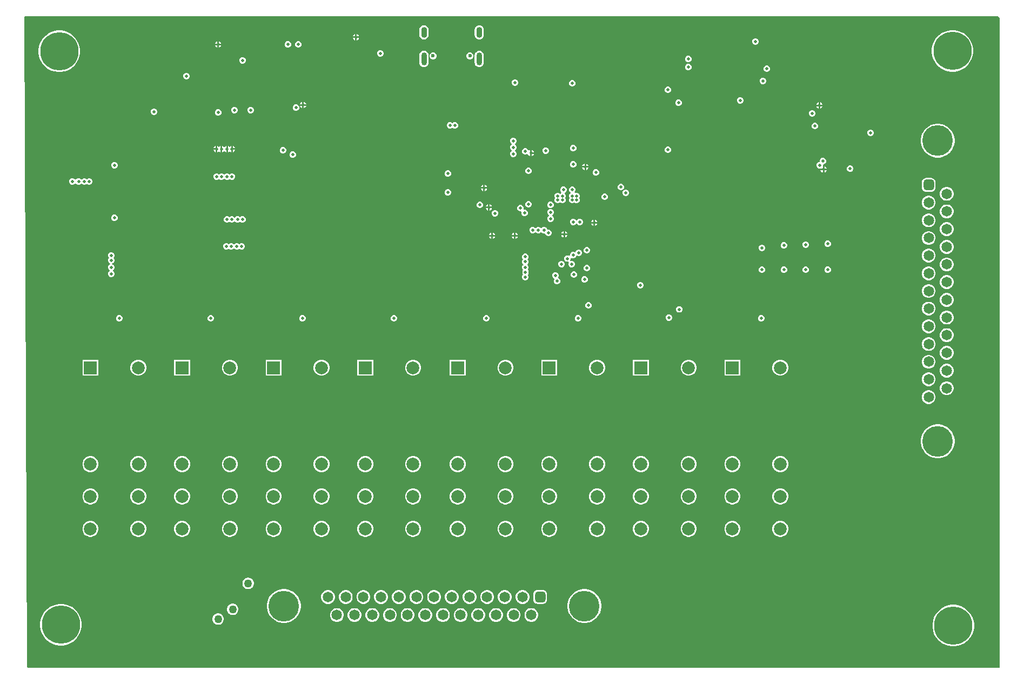
<source format=gbr>
%TF.GenerationSoftware,Altium Limited,Altium Designer,24.1.2 (44)*%
G04 Layer_Physical_Order=3*
G04 Layer_Color=16440176*
%FSLAX45Y45*%
%MOMM*%
%TF.SameCoordinates,D8B4AAC8-E2FB-42F1-BA15-8403934F33DF*%
%TF.FilePolarity,Positive*%
%TF.FileFunction,Copper,L3,Inr,Signal*%
%TF.Part,Single*%
G01*
G75*
%TA.AperFunction,ComponentPad*%
%ADD63C,0.60000*%
%ADD64O,0.90000X2.00000*%
%ADD65O,0.90000X1.70000*%
%ADD66C,1.65000*%
%ADD67C,4.80000*%
G04:AMPARAMS|DCode=68|XSize=1.65mm|YSize=1.65mm|CornerRadius=0.4125mm|HoleSize=0mm|Usage=FLASHONLY|Rotation=0.000|XOffset=0mm|YOffset=0mm|HoleType=Round|Shape=RoundedRectangle|*
%AMROUNDEDRECTD68*
21,1,1.65000,0.82500,0,0,0.0*
21,1,0.82500,1.65000,0,0,0.0*
1,1,0.82500,0.41250,-0.41250*
1,1,0.82500,-0.41250,-0.41250*
1,1,0.82500,-0.41250,0.41250*
1,1,0.82500,0.41250,0.41250*
%
%ADD68ROUNDEDRECTD68*%
G04:AMPARAMS|DCode=69|XSize=1.65mm|YSize=1.65mm|CornerRadius=0.4125mm|HoleSize=0mm|Usage=FLASHONLY|Rotation=90.000|XOffset=0mm|YOffset=0mm|HoleType=Round|Shape=RoundedRectangle|*
%AMROUNDEDRECTD69*
21,1,1.65000,0.82500,0,0,90.0*
21,1,0.82500,1.65000,0,0,90.0*
1,1,0.82500,0.41250,0.41250*
1,1,0.82500,0.41250,-0.41250*
1,1,0.82500,-0.41250,-0.41250*
1,1,0.82500,-0.41250,0.41250*
%
%ADD69ROUNDEDRECTD69*%
%ADD70C,2.00000*%
%ADD71R,2.00000X2.00000*%
%TA.AperFunction,ViaPad*%
%ADD72C,0.50000*%
%ADD73C,6.00000*%
%ADD74C,1.27000*%
G36*
X17780000Y12712700D02*
Y2527300D01*
X2552700D01*
X2540000Y2540000D01*
X2501934Y12729103D01*
X2510897Y12738100D01*
X17754601D01*
X17780000Y12712700D01*
D02*
G37*
%LPC*%
G36*
X7708900Y12457192D02*
Y12420600D01*
X7745492D01*
X7738927Y12436449D01*
X7724749Y12450627D01*
X7708900Y12457192D01*
D02*
G37*
G36*
X7683500D02*
X7667651Y12450627D01*
X7653473Y12436449D01*
X7646908Y12420600D01*
X7683500D01*
Y12457192D01*
D02*
G37*
G36*
X9627300Y12595107D02*
X9608922Y12592688D01*
X9591796Y12585594D01*
X9577090Y12574310D01*
X9565806Y12559604D01*
X9558712Y12542478D01*
X9556293Y12524100D01*
Y12444100D01*
X9558712Y12425722D01*
X9565806Y12408596D01*
X9577090Y12393890D01*
X9591796Y12382606D01*
X9608922Y12375512D01*
X9627300Y12373093D01*
X9645678Y12375512D01*
X9662804Y12382606D01*
X9677510Y12393890D01*
X9688794Y12408596D01*
X9695888Y12425722D01*
X9698308Y12444100D01*
Y12524100D01*
X9695888Y12542478D01*
X9688794Y12559604D01*
X9677510Y12574310D01*
X9662804Y12585594D01*
X9645678Y12592688D01*
X9627300Y12595107D01*
D02*
G37*
G36*
X8762300D02*
X8743922Y12592688D01*
X8726796Y12585594D01*
X8712090Y12574310D01*
X8700806Y12559604D01*
X8693712Y12542478D01*
X8691292Y12524100D01*
Y12444100D01*
X8693712Y12425722D01*
X8700806Y12408596D01*
X8712090Y12393890D01*
X8726796Y12382606D01*
X8743922Y12375512D01*
X8762300Y12373093D01*
X8780678Y12375512D01*
X8797804Y12382606D01*
X8812510Y12393890D01*
X8823794Y12408596D01*
X8830888Y12425722D01*
X8833307Y12444100D01*
Y12524100D01*
X8830888Y12542478D01*
X8823794Y12559604D01*
X8812510Y12574310D01*
X8797804Y12585594D01*
X8780678Y12592688D01*
X8762300Y12595107D01*
D02*
G37*
G36*
X7745492Y12395200D02*
X7708900D01*
Y12358608D01*
X7724749Y12365173D01*
X7738927Y12379351D01*
X7745492Y12395200D01*
D02*
G37*
G36*
X7683500D02*
X7646908D01*
X7653473Y12379351D01*
X7667651Y12365173D01*
X7683500Y12358608D01*
Y12395200D01*
D02*
G37*
G36*
X5549900Y12342892D02*
Y12306300D01*
X5586492D01*
X5579927Y12322149D01*
X5565749Y12336327D01*
X5549900Y12342892D01*
D02*
G37*
G36*
X5524500D02*
X5508651Y12336327D01*
X5494473Y12322149D01*
X5487908Y12306300D01*
X5524500D01*
Y12342892D01*
D02*
G37*
G36*
X13967325Y12391100D02*
X13947275D01*
X13928751Y12383427D01*
X13914574Y12369249D01*
X13906900Y12350725D01*
Y12330675D01*
X13914574Y12312151D01*
X13928751Y12297973D01*
X13947275Y12290300D01*
X13967325D01*
X13985849Y12297973D01*
X14000027Y12312151D01*
X14007700Y12330675D01*
Y12350725D01*
X14000027Y12369249D01*
X13985849Y12383427D01*
X13967325Y12391100D01*
D02*
G37*
G36*
X5586492Y12280900D02*
X5549900D01*
Y12244308D01*
X5565749Y12250873D01*
X5579927Y12265051D01*
X5586492Y12280900D01*
D02*
G37*
G36*
X5524500D02*
X5487908D01*
X5494473Y12265051D01*
X5508651Y12250873D01*
X5524500Y12244308D01*
Y12280900D01*
D02*
G37*
G36*
X6804525Y12344000D02*
X6784475D01*
X6765951Y12336327D01*
X6751773Y12322149D01*
X6744100Y12303625D01*
Y12283575D01*
X6751773Y12265051D01*
X6765951Y12250873D01*
X6784475Y12243200D01*
X6804525D01*
X6823049Y12250873D01*
X6837227Y12265051D01*
X6844900Y12283575D01*
Y12303625D01*
X6837227Y12322149D01*
X6823049Y12336327D01*
X6804525Y12344000D01*
D02*
G37*
G36*
X6639425D02*
X6619375D01*
X6600851Y12336327D01*
X6586673Y12322149D01*
X6579000Y12303625D01*
Y12283575D01*
X6586673Y12265051D01*
X6600851Y12250873D01*
X6619375Y12243200D01*
X6639425D01*
X6657949Y12250873D01*
X6672127Y12265051D01*
X6679800Y12283575D01*
Y12303625D01*
X6672127Y12322149D01*
X6657949Y12336327D01*
X6639425Y12344000D01*
D02*
G37*
G36*
X8087225Y12204300D02*
X8067175D01*
X8048651Y12196627D01*
X8034473Y12182449D01*
X8026800Y12163925D01*
Y12143875D01*
X8034473Y12125351D01*
X8048651Y12111173D01*
X8067175Y12103500D01*
X8087225D01*
X8105749Y12111173D01*
X8119927Y12125351D01*
X8127600Y12143875D01*
Y12163925D01*
X8119927Y12182449D01*
X8105749Y12196627D01*
X8087225Y12204300D01*
D02*
G37*
G36*
X9494820Y12171500D02*
X9472780D01*
X9452418Y12163066D01*
X9436834Y12147481D01*
X9428400Y12127120D01*
Y12105080D01*
X9436834Y12084719D01*
X9452418Y12069134D01*
X9472780Y12060700D01*
X9494820D01*
X9515181Y12069134D01*
X9530766Y12084719D01*
X9539200Y12105080D01*
Y12127120D01*
X9530766Y12147481D01*
X9515181Y12163066D01*
X9494820Y12171500D01*
D02*
G37*
G36*
X8916820D02*
X8894780D01*
X8874419Y12163066D01*
X8858834Y12147481D01*
X8850400Y12127120D01*
Y12105080D01*
X8858834Y12084719D01*
X8874419Y12069134D01*
X8894780Y12060700D01*
X8916820D01*
X8937182Y12069134D01*
X8952766Y12084719D01*
X8961200Y12105080D01*
Y12127120D01*
X8952766Y12147481D01*
X8937182Y12163066D01*
X8916820Y12171500D01*
D02*
G37*
G36*
X12913225Y12115400D02*
X12893175D01*
X12874651Y12107727D01*
X12860474Y12093549D01*
X12852800Y12075025D01*
Y12054975D01*
X12860474Y12036451D01*
X12874651Y12022273D01*
X12893175Y12014600D01*
X12913225D01*
X12931749Y12022273D01*
X12945927Y12036451D01*
X12953600Y12054975D01*
Y12075025D01*
X12945927Y12093549D01*
X12931749Y12107727D01*
X12913225Y12115400D01*
D02*
G37*
G36*
X5928225Y12096500D02*
X5908175D01*
X5889651Y12088827D01*
X5875473Y12074649D01*
X5867800Y12056125D01*
Y12036075D01*
X5875473Y12017551D01*
X5889651Y12003373D01*
X5908175Y11995700D01*
X5928225D01*
X5946749Y12003373D01*
X5960927Y12017551D01*
X5968600Y12036075D01*
Y12056125D01*
X5960927Y12074649D01*
X5946749Y12088827D01*
X5928225Y12096500D01*
D02*
G37*
G36*
X9627300Y12193108D02*
X9608922Y12190688D01*
X9591796Y12183594D01*
X9577090Y12172310D01*
X9565806Y12157604D01*
X9558712Y12140478D01*
X9556293Y12122100D01*
Y12012100D01*
X9558712Y11993722D01*
X9565806Y11976596D01*
X9577090Y11961890D01*
X9591796Y11950606D01*
X9608922Y11943512D01*
X9627300Y11941092D01*
X9645678Y11943512D01*
X9662804Y11950606D01*
X9677510Y11961890D01*
X9688794Y11976596D01*
X9695888Y11993722D01*
X9698308Y12012100D01*
Y12122100D01*
X9695888Y12140478D01*
X9688794Y12157604D01*
X9677510Y12172310D01*
X9662804Y12183594D01*
X9645678Y12190688D01*
X9627300Y12193108D01*
D02*
G37*
G36*
X8762300D02*
X8743922Y12190688D01*
X8726796Y12183594D01*
X8712090Y12172310D01*
X8700806Y12157604D01*
X8693712Y12140478D01*
X8691292Y12122100D01*
Y12012100D01*
X8693712Y11993722D01*
X8700806Y11976596D01*
X8712090Y11961890D01*
X8726796Y11950606D01*
X8743922Y11943512D01*
X8762300Y11941092D01*
X8780678Y11943512D01*
X8797804Y11950606D01*
X8812510Y11961890D01*
X8823794Y11976596D01*
X8830888Y11993722D01*
X8833307Y12012100D01*
Y12122100D01*
X8830888Y12140478D01*
X8823794Y12157604D01*
X8812510Y12172310D01*
X8797804Y12183594D01*
X8780678Y12190688D01*
X8762300Y12193108D01*
D02*
G37*
G36*
X12913225Y11988400D02*
X12893175D01*
X12874651Y11980727D01*
X12860474Y11966549D01*
X12852800Y11948025D01*
Y11927975D01*
X12860474Y11909451D01*
X12874651Y11895273D01*
X12893175Y11887600D01*
X12913225D01*
X12931749Y11895273D01*
X12945927Y11909451D01*
X12953600Y11927975D01*
Y11948025D01*
X12945927Y11966549D01*
X12931749Y11980727D01*
X12913225Y11988400D01*
D02*
G37*
G36*
X17069009Y12517400D02*
X17017790D01*
X16967203Y12509387D01*
X16918491Y12493560D01*
X16872853Y12470307D01*
X16831416Y12440201D01*
X16795200Y12403984D01*
X16765092Y12362547D01*
X16741840Y12316910D01*
X16726013Y12268198D01*
X16717999Y12217610D01*
Y12166390D01*
X16726013Y12115802D01*
X16741840Y12067090D01*
X16765092Y12021453D01*
X16795200Y11980016D01*
X16831416Y11943799D01*
X16872853Y11913693D01*
X16918491Y11890440D01*
X16967203Y11874613D01*
X17017790Y11866600D01*
X17069009D01*
X17119598Y11874613D01*
X17168311Y11890440D01*
X17213947Y11913693D01*
X17255383Y11943799D01*
X17291602Y11980016D01*
X17321707Y12021453D01*
X17344960Y12067090D01*
X17360786Y12115802D01*
X17368800Y12166390D01*
Y12217610D01*
X17360786Y12268198D01*
X17344960Y12316910D01*
X17321707Y12362547D01*
X17291602Y12403984D01*
X17255383Y12440201D01*
X17213947Y12470307D01*
X17168311Y12493560D01*
X17119598Y12509387D01*
X17069009Y12517400D01*
D02*
G37*
G36*
X14145125Y11963000D02*
X14125075D01*
X14106551Y11955327D01*
X14092374Y11941149D01*
X14084700Y11922625D01*
Y11902575D01*
X14092374Y11884051D01*
X14106551Y11869873D01*
X14125075Y11862200D01*
X14145125D01*
X14163649Y11869873D01*
X14177827Y11884051D01*
X14185500Y11902575D01*
Y11922625D01*
X14177827Y11941149D01*
X14163649Y11955327D01*
X14145125Y11963000D01*
D02*
G37*
G36*
X3073610Y12512700D02*
X3022390D01*
X2971802Y12504687D01*
X2923090Y12488860D01*
X2877453Y12465607D01*
X2836016Y12435501D01*
X2799799Y12399284D01*
X2769693Y12357847D01*
X2746440Y12312210D01*
X2730613Y12263498D01*
X2722600Y12212910D01*
Y12161690D01*
X2730613Y12111102D01*
X2746440Y12062390D01*
X2769693Y12016753D01*
X2799799Y11975316D01*
X2836016Y11939099D01*
X2877453Y11908993D01*
X2923090Y11885740D01*
X2971802Y11869913D01*
X3022390Y11861900D01*
X3073610D01*
X3124198Y11869913D01*
X3172910Y11885740D01*
X3218547Y11908993D01*
X3259984Y11939099D01*
X3296201Y11975316D01*
X3326307Y12016753D01*
X3349560Y12062390D01*
X3365387Y12111102D01*
X3373400Y12161690D01*
Y12212910D01*
X3365387Y12263498D01*
X3349560Y12312210D01*
X3326307Y12357847D01*
X3296201Y12399284D01*
X3259984Y12435501D01*
X3218547Y12465607D01*
X3172910Y12488860D01*
X3124198Y12504687D01*
X3073610Y12512700D01*
D02*
G37*
G36*
X5051925Y11848700D02*
X5031875D01*
X5013351Y11841027D01*
X4999173Y11826850D01*
X4991500Y11808325D01*
Y11788275D01*
X4999173Y11769751D01*
X5013351Y11755573D01*
X5031875Y11747900D01*
X5051925D01*
X5070449Y11755573D01*
X5084627Y11769751D01*
X5092300Y11788275D01*
Y11808325D01*
X5084627Y11826850D01*
X5070449Y11841027D01*
X5051925Y11848700D01*
D02*
G37*
G36*
X14081625Y11772500D02*
X14061575D01*
X14043051Y11764827D01*
X14028873Y11750649D01*
X14021201Y11732125D01*
Y11712075D01*
X14028873Y11693551D01*
X14043051Y11679373D01*
X14061575Y11671700D01*
X14081625D01*
X14100150Y11679373D01*
X14114326Y11693551D01*
X14122000Y11712075D01*
Y11732125D01*
X14114326Y11750649D01*
X14100150Y11764827D01*
X14081625Y11772500D01*
D02*
G37*
G36*
X10199025Y11747100D02*
X10178975D01*
X10160451Y11739427D01*
X10146273Y11725249D01*
X10138600Y11706725D01*
Y11686675D01*
X10146273Y11668151D01*
X10160451Y11653973D01*
X10178975Y11646300D01*
X10199025D01*
X10217549Y11653973D01*
X10231727Y11668151D01*
X10239400Y11686675D01*
Y11706725D01*
X10231727Y11725249D01*
X10217549Y11739427D01*
X10199025Y11747100D01*
D02*
G37*
G36*
X11097125Y11734400D02*
X11077075D01*
X11058551Y11726727D01*
X11044373Y11712549D01*
X11036700Y11694025D01*
Y11673975D01*
X11044373Y11655451D01*
X11058551Y11641273D01*
X11077075Y11633600D01*
X11097125D01*
X11115649Y11641273D01*
X11129827Y11655451D01*
X11137500Y11673975D01*
Y11694025D01*
X11129827Y11712549D01*
X11115649Y11726727D01*
X11097125Y11734400D01*
D02*
G37*
G36*
X12595725Y11632800D02*
X12575675D01*
X12557151Y11625127D01*
X12542973Y11610949D01*
X12535300Y11592425D01*
Y11572375D01*
X12542973Y11553851D01*
X12557151Y11539673D01*
X12575675Y11532000D01*
X12595725D01*
X12614249Y11539673D01*
X12628427Y11553851D01*
X12636100Y11572375D01*
Y11592425D01*
X12628427Y11610949D01*
X12614249Y11625127D01*
X12595725Y11632800D01*
D02*
G37*
G36*
X13726025Y11467700D02*
X13705975D01*
X13687451Y11460027D01*
X13673273Y11445849D01*
X13665601Y11427325D01*
Y11407275D01*
X13673273Y11388751D01*
X13687451Y11374573D01*
X13705975Y11366900D01*
X13726025D01*
X13744550Y11374573D01*
X13758727Y11388751D01*
X13766400Y11407275D01*
Y11427325D01*
X13758727Y11445849D01*
X13744550Y11460027D01*
X13726025Y11467700D01*
D02*
G37*
G36*
X6880100Y11393992D02*
Y11357400D01*
X6916692D01*
X6910127Y11373250D01*
X6895949Y11387427D01*
X6880100Y11393992D01*
D02*
G37*
G36*
X6854700D02*
X6838851Y11387427D01*
X6824673Y11373250D01*
X6818108Y11357400D01*
X6854700D01*
Y11393992D01*
D02*
G37*
G36*
X14971675Y11388942D02*
Y11352350D01*
X15008267D01*
X15001701Y11368199D01*
X14987524Y11382377D01*
X14971675Y11388942D01*
D02*
G37*
G36*
X14946275D02*
X14930426Y11382377D01*
X14916248Y11368199D01*
X14909683Y11352350D01*
X14946275D01*
Y11388942D01*
D02*
G37*
G36*
X12760825Y11429600D02*
X12740775D01*
X12722251Y11421927D01*
X12708073Y11407749D01*
X12700400Y11389225D01*
Y11369175D01*
X12708073Y11350651D01*
X12722251Y11336473D01*
X12740775Y11328800D01*
X12760825D01*
X12779349Y11336473D01*
X12793527Y11350651D01*
X12801199Y11369175D01*
Y11389225D01*
X12793527Y11407749D01*
X12779349Y11421927D01*
X12760825Y11429600D01*
D02*
G37*
G36*
X6916692Y11332000D02*
X6880100D01*
Y11295408D01*
X6895949Y11301973D01*
X6910127Y11316151D01*
X6916692Y11332000D01*
D02*
G37*
G36*
X6854700D02*
X6818108D01*
X6824673Y11316151D01*
X6838851Y11301973D01*
X6854700Y11295408D01*
Y11332000D01*
D02*
G37*
G36*
X15008267Y11326950D02*
X14971675D01*
Y11290358D01*
X14987524Y11296923D01*
X15001701Y11311101D01*
X15008267Y11326950D01*
D02*
G37*
G36*
X14946275D02*
X14909683D01*
X14916248Y11311101D01*
X14930426Y11296923D01*
X14946275Y11290358D01*
Y11326950D01*
D02*
G37*
G36*
X6766425Y11353400D02*
X6746375D01*
X6727851Y11345727D01*
X6713673Y11331549D01*
X6706000Y11313025D01*
Y11292975D01*
X6713673Y11274451D01*
X6727851Y11260273D01*
X6746375Y11252600D01*
X6766425D01*
X6784949Y11260273D01*
X6799127Y11274451D01*
X6806800Y11292975D01*
Y11313025D01*
X6799127Y11331549D01*
X6784949Y11345727D01*
X6766425Y11353400D01*
D02*
G37*
G36*
X6055225Y11315300D02*
X6035175D01*
X6016651Y11307627D01*
X6002473Y11293449D01*
X5994800Y11274925D01*
Y11254875D01*
X6002473Y11236351D01*
X6016651Y11222173D01*
X6035175Y11214500D01*
X6055225D01*
X6073749Y11222173D01*
X6087927Y11236351D01*
X6095600Y11254875D01*
Y11274925D01*
X6087927Y11293449D01*
X6073749Y11307627D01*
X6055225Y11315300D01*
D02*
G37*
G36*
X5801225D02*
X5781175D01*
X5762651Y11307627D01*
X5748473Y11293449D01*
X5740800Y11274925D01*
Y11254875D01*
X5748473Y11236351D01*
X5762651Y11222173D01*
X5781175Y11214500D01*
X5801225D01*
X5819749Y11222173D01*
X5833927Y11236351D01*
X5841600Y11254875D01*
Y11274925D01*
X5833927Y11293449D01*
X5819749Y11307627D01*
X5801225Y11315300D01*
D02*
G37*
G36*
X4543925Y11289900D02*
X4523875D01*
X4505351Y11282227D01*
X4491173Y11268049D01*
X4483500Y11249525D01*
Y11229475D01*
X4491173Y11210951D01*
X4505351Y11196773D01*
X4523875Y11189100D01*
X4543925D01*
X4562449Y11196773D01*
X4576627Y11210951D01*
X4584300Y11229475D01*
Y11249525D01*
X4576627Y11268049D01*
X4562449Y11282227D01*
X4543925Y11289900D01*
D02*
G37*
G36*
X5547225Y11277200D02*
X5527175D01*
X5508651Y11269527D01*
X5494473Y11255349D01*
X5486800Y11236825D01*
Y11216775D01*
X5494473Y11198251D01*
X5508651Y11184073D01*
X5527175Y11176400D01*
X5547225D01*
X5565749Y11184073D01*
X5579927Y11198251D01*
X5587600Y11216775D01*
Y11236825D01*
X5579927Y11255349D01*
X5565749Y11269527D01*
X5547225Y11277200D01*
D02*
G37*
G36*
X14856325Y11264500D02*
X14836275D01*
X14817751Y11256827D01*
X14803574Y11242649D01*
X14795900Y11224125D01*
Y11204075D01*
X14803574Y11185551D01*
X14817751Y11171373D01*
X14836275Y11163700D01*
X14856325D01*
X14874849Y11171373D01*
X14889027Y11185551D01*
X14896700Y11204075D01*
Y11224125D01*
X14889027Y11242649D01*
X14874849Y11256827D01*
X14856325Y11264500D01*
D02*
G37*
G36*
X9179425Y11077052D02*
X9159375D01*
X9140851Y11069379D01*
X9126673Y11055201D01*
X9119000Y11036677D01*
Y11016627D01*
X9126673Y10998103D01*
X9140851Y10983925D01*
X9159375Y10976252D01*
X9179425D01*
X9197949Y10983925D01*
X9205974Y10991950D01*
X9217051Y10980873D01*
X9235575Y10973200D01*
X9255625D01*
X9274149Y10980873D01*
X9288327Y10995051D01*
X9296000Y11013575D01*
Y11033625D01*
X9288327Y11052149D01*
X9274149Y11066327D01*
X9255625Y11074000D01*
X9235575D01*
X9217051Y11066327D01*
X9209026Y11058302D01*
X9197949Y11069379D01*
X9179425Y11077052D01*
D02*
G37*
G36*
X14898524Y11065400D02*
X14878474D01*
X14859950Y11057727D01*
X14845773Y11043549D01*
X14838100Y11025025D01*
Y11004975D01*
X14845773Y10986451D01*
X14859950Y10972273D01*
X14878474Y10964600D01*
X14898524D01*
X14917049Y10972273D01*
X14931227Y10986451D01*
X14938901Y11004975D01*
Y11025025D01*
X14931227Y11043549D01*
X14917049Y11057727D01*
X14898524Y11065400D01*
D02*
G37*
G36*
X15770724Y10959700D02*
X15750674D01*
X15732150Y10952027D01*
X15717973Y10937849D01*
X15710300Y10919325D01*
Y10899275D01*
X15717973Y10880751D01*
X15732150Y10866573D01*
X15750674Y10858900D01*
X15770724D01*
X15789249Y10866573D01*
X15803427Y10880751D01*
X15811099Y10899275D01*
Y10919325D01*
X15803427Y10937849D01*
X15789249Y10952027D01*
X15770724Y10959700D01*
D02*
G37*
G36*
X5741300Y10704592D02*
X5725451Y10698027D01*
X5715900Y10688476D01*
X5706349Y10698027D01*
X5690500Y10704592D01*
Y10655300D01*
Y10606008D01*
X5706349Y10612573D01*
X5715900Y10622124D01*
X5725451Y10612573D01*
X5741300Y10606008D01*
Y10655300D01*
Y10704592D01*
D02*
G37*
G36*
X5576200D02*
X5560351Y10698027D01*
X5550800Y10688476D01*
X5541249Y10698027D01*
X5525400Y10704592D01*
Y10655300D01*
Y10606008D01*
X5541249Y10612573D01*
X5550800Y10622124D01*
X5560351Y10612573D01*
X5576200Y10606008D01*
Y10655300D01*
Y10704592D01*
D02*
G37*
G36*
X5665100D02*
X5649251Y10698027D01*
X5641647Y10690423D01*
X5633350Y10684980D01*
X5625053Y10690423D01*
X5617449Y10698027D01*
X5601600Y10704592D01*
Y10655300D01*
Y10606008D01*
X5617449Y10612573D01*
X5625053Y10620177D01*
X5633350Y10625620D01*
X5641647Y10620177D01*
X5649251Y10612573D01*
X5665100Y10606008D01*
Y10655300D01*
Y10704592D01*
D02*
G37*
G36*
X5766700D02*
Y10668000D01*
X5803292D01*
X5796727Y10683849D01*
X5782549Y10698027D01*
X5766700Y10704592D01*
D02*
G37*
G36*
X5500000D02*
X5484151Y10698027D01*
X5469973Y10683849D01*
X5463408Y10668000D01*
X5500000D01*
Y10704592D01*
D02*
G37*
G36*
X11109825Y10718400D02*
X11089775D01*
X11071251Y10710727D01*
X11057073Y10696549D01*
X11049400Y10678025D01*
Y10657975D01*
X11057073Y10639451D01*
X11071251Y10625273D01*
X11089775Y10617600D01*
X11109825D01*
X11128349Y10625273D01*
X11142527Y10639451D01*
X11150200Y10657975D01*
Y10678025D01*
X11142527Y10696549D01*
X11128349Y10710727D01*
X11109825Y10718400D01*
D02*
G37*
G36*
X5803292Y10642600D02*
X5766700D01*
Y10606008D01*
X5782549Y10612573D01*
X5796727Y10626751D01*
X5803292Y10642600D01*
D02*
G37*
G36*
X5500000D02*
X5463408D01*
X5469973Y10626751D01*
X5484151Y10612573D01*
X5500000Y10606008D01*
Y10642600D01*
D02*
G37*
G36*
X10452100Y10641092D02*
Y10604500D01*
X10488692D01*
X10482127Y10620349D01*
X10467949Y10634527D01*
X10452100Y10641092D01*
D02*
G37*
G36*
X12595725Y10693000D02*
X12575675D01*
X12557151Y10685327D01*
X12542973Y10671149D01*
X12535300Y10652625D01*
Y10632575D01*
X12542973Y10614051D01*
X12557151Y10599873D01*
X12575675Y10592200D01*
X12595725D01*
X12614249Y10599873D01*
X12628427Y10614051D01*
X12636100Y10632575D01*
Y10652625D01*
X12628427Y10671149D01*
X12614249Y10685327D01*
X12595725Y10693000D01*
D02*
G37*
G36*
X6563225Y10684775D02*
X6543175D01*
X6524651Y10677102D01*
X6510473Y10662925D01*
X6502800Y10644400D01*
Y10624350D01*
X6510473Y10605826D01*
X6524651Y10591648D01*
X6543175Y10583975D01*
X6563225D01*
X6581749Y10591648D01*
X6595927Y10605826D01*
X6603600Y10624350D01*
Y10644400D01*
X6595927Y10662925D01*
X6581749Y10677102D01*
X6563225Y10684775D01*
D02*
G37*
G36*
X10678025Y10680300D02*
X10657975D01*
X10639451Y10672627D01*
X10625273Y10658449D01*
X10617600Y10639925D01*
Y10619875D01*
X10625273Y10601351D01*
X10639451Y10587173D01*
X10657975Y10579500D01*
X10678025D01*
X10696549Y10587173D01*
X10710727Y10601351D01*
X10718400Y10619875D01*
Y10639925D01*
X10710727Y10658449D01*
X10696549Y10672627D01*
X10678025Y10680300D01*
D02*
G37*
G36*
X10488692Y10579100D02*
X10452100D01*
Y10542508D01*
X10467949Y10549073D01*
X10482127Y10563251D01*
X10488692Y10579100D01*
D02*
G37*
G36*
X10360525Y10667600D02*
X10340475D01*
X10321951Y10659927D01*
X10307773Y10645749D01*
X10300100Y10627225D01*
Y10607175D01*
X10307773Y10588651D01*
X10321951Y10574473D01*
X10340475Y10566800D01*
X10360525D01*
X10379049Y10574473D01*
X10393485Y10570948D01*
X10396673Y10563251D01*
X10410851Y10549073D01*
X10426700Y10542508D01*
Y10591800D01*
Y10641092D01*
X10410851Y10634527D01*
X10396415Y10638052D01*
X10393227Y10645749D01*
X10379049Y10659927D01*
X10360525Y10667600D01*
D02*
G37*
G36*
X10170025Y10832700D02*
X10149975D01*
X10131451Y10825027D01*
X10117273Y10810849D01*
X10109600Y10792325D01*
Y10772275D01*
X10117273Y10753751D01*
X10131451Y10739573D01*
X10134347Y10738373D01*
Y10724627D01*
X10131451Y10723427D01*
X10117273Y10709249D01*
X10109600Y10690725D01*
Y10670675D01*
X10117273Y10652151D01*
X10131451Y10637973D01*
X10134347Y10636773D01*
Y10623027D01*
X10131451Y10621827D01*
X10117273Y10607649D01*
X10109600Y10589125D01*
Y10569075D01*
X10117273Y10550551D01*
X10131451Y10536373D01*
X10149975Y10528700D01*
X10170025D01*
X10188549Y10536373D01*
X10202727Y10550551D01*
X10210400Y10569075D01*
Y10589125D01*
X10202727Y10607649D01*
X10188549Y10621827D01*
X10185653Y10623027D01*
Y10636773D01*
X10188549Y10637973D01*
X10202727Y10652151D01*
X10210400Y10670675D01*
Y10690725D01*
X10202727Y10709249D01*
X10188549Y10723427D01*
X10185653Y10724627D01*
Y10738373D01*
X10188549Y10739573D01*
X10202727Y10753751D01*
X10210400Y10772275D01*
Y10792325D01*
X10202727Y10810849D01*
X10188549Y10825027D01*
X10170025Y10832700D01*
D02*
G37*
G36*
X16833388Y11051300D02*
X16791612D01*
X16750352Y11044765D01*
X16710622Y11031856D01*
X16673399Y11012890D01*
X16639603Y10988336D01*
X16610065Y10958796D01*
X16585510Y10925000D01*
X16566544Y10887778D01*
X16553635Y10848048D01*
X16547099Y10806787D01*
Y10765013D01*
X16553635Y10723752D01*
X16566544Y10684022D01*
X16585510Y10646800D01*
X16610065Y10613003D01*
X16639603Y10583464D01*
X16673399Y10558910D01*
X16710622Y10539944D01*
X16750352Y10527035D01*
X16791612Y10520500D01*
X16833388D01*
X16874648Y10527035D01*
X16914378Y10539944D01*
X16951601Y10558910D01*
X16985397Y10583464D01*
X17014935Y10613003D01*
X17039490Y10646800D01*
X17058456Y10684022D01*
X17071365Y10723752D01*
X17077901Y10765013D01*
Y10806787D01*
X17071365Y10848048D01*
X17058456Y10887778D01*
X17039490Y10925000D01*
X17014935Y10958796D01*
X16985397Y10988336D01*
X16951601Y11012890D01*
X16914378Y11031856D01*
X16874648Y11044765D01*
X16833388Y11051300D01*
D02*
G37*
G36*
X6715794Y10616968D02*
X6695743D01*
X6677219Y10609295D01*
X6663042Y10595118D01*
X6655368Y10576594D01*
Y10556543D01*
X6663042Y10538019D01*
X6677219Y10523842D01*
X6695743Y10516168D01*
X6715794D01*
X6734318Y10523842D01*
X6748495Y10538019D01*
X6756168Y10556543D01*
Y10576594D01*
X6748495Y10595118D01*
X6734318Y10609295D01*
X6715794Y10616968D01*
D02*
G37*
G36*
X11303000Y10425192D02*
Y10388600D01*
X11339592D01*
X11333027Y10404449D01*
X11318849Y10418627D01*
X11303000Y10425192D01*
D02*
G37*
G36*
X11277600D02*
X11261751Y10418627D01*
X11247573Y10404449D01*
X11241008Y10388600D01*
X11277600D01*
Y10425192D01*
D02*
G37*
G36*
X11109825Y10464400D02*
X11089775D01*
X11071251Y10456727D01*
X11057073Y10442549D01*
X11049400Y10424025D01*
Y10403975D01*
X11057073Y10385451D01*
X11071251Y10371273D01*
X11089775Y10363600D01*
X11109825D01*
X11128349Y10371273D01*
X11142527Y10385451D01*
X11150200Y10403975D01*
Y10424025D01*
X11142527Y10442549D01*
X11128349Y10456727D01*
X11109825Y10464400D01*
D02*
G37*
G36*
X3921625Y10451700D02*
X3901575D01*
X3883051Y10444027D01*
X3868873Y10429849D01*
X3861200Y10411325D01*
Y10391275D01*
X3868873Y10372751D01*
X3883051Y10358573D01*
X3901575Y10350900D01*
X3921625D01*
X3940149Y10358573D01*
X3954327Y10372751D01*
X3962000Y10391275D01*
Y10411325D01*
X3954327Y10429849D01*
X3940149Y10444027D01*
X3921625Y10451700D01*
D02*
G37*
G36*
X15036800Y10385892D02*
Y10349300D01*
X15073392D01*
X15066827Y10365149D01*
X15052649Y10379327D01*
X15036800Y10385892D01*
D02*
G37*
G36*
X15021425Y10515200D02*
X15001375D01*
X14982851Y10507527D01*
X14968674Y10493349D01*
X14961000Y10474825D01*
Y10454775D01*
X14951024Y10451700D01*
X14950575D01*
X14932051Y10444027D01*
X14917873Y10429849D01*
X14910201Y10411325D01*
Y10391275D01*
X14917873Y10372751D01*
X14932051Y10358573D01*
X14950575Y10350900D01*
X14961967D01*
X14966357Y10349300D01*
X15011400D01*
Y10397207D01*
X15011000Y10398733D01*
Y10411325D01*
X15020976Y10414400D01*
X15021425D01*
X15039949Y10422073D01*
X15054128Y10436251D01*
X15061800Y10454775D01*
Y10474825D01*
X15054128Y10493349D01*
X15039949Y10507527D01*
X15021425Y10515200D01*
D02*
G37*
G36*
X11339592Y10363200D02*
X11303000D01*
Y10326608D01*
X11318849Y10333173D01*
X11333027Y10347351D01*
X11339592Y10363200D01*
D02*
G37*
G36*
X11277600D02*
X11241008D01*
X11247573Y10347351D01*
X11261751Y10333173D01*
X11277600Y10326608D01*
Y10363200D01*
D02*
G37*
G36*
X15450125Y10397800D02*
X15430075D01*
X15411551Y10390127D01*
X15397372Y10375949D01*
X15389700Y10357425D01*
Y10337375D01*
X15397372Y10318851D01*
X15411551Y10304673D01*
X15430075Y10297000D01*
X15450125D01*
X15468649Y10304673D01*
X15482828Y10318851D01*
X15490500Y10337375D01*
Y10357425D01*
X15482828Y10375949D01*
X15468649Y10390127D01*
X15450125Y10397800D01*
D02*
G37*
G36*
X15073392Y10323900D02*
X15036800D01*
Y10287308D01*
X15052649Y10293873D01*
X15066827Y10308051D01*
X15073392Y10323900D01*
D02*
G37*
G36*
X15011400D02*
X14974808D01*
X14981374Y10308051D01*
X14995551Y10293873D01*
X15011400Y10287308D01*
Y10323900D01*
D02*
G37*
G36*
X10411325Y10362800D02*
X10391275D01*
X10372751Y10355127D01*
X10358573Y10340949D01*
X10350900Y10322425D01*
Y10302375D01*
X10358573Y10283851D01*
X10372751Y10269673D01*
X10391275Y10262000D01*
X10411325D01*
X10429849Y10269673D01*
X10444027Y10283851D01*
X10451700Y10302375D01*
Y10322425D01*
X10444027Y10340949D01*
X10429849Y10355127D01*
X10411325Y10362800D01*
D02*
G37*
G36*
X5764025Y10275700D02*
X5743975D01*
X5725451Y10268027D01*
X5715900Y10258476D01*
X5706349Y10268027D01*
X5687825Y10275700D01*
X5667775D01*
X5649251Y10268027D01*
X5641647Y10260423D01*
X5633350Y10254980D01*
X5625053Y10260423D01*
X5617449Y10268027D01*
X5598925Y10275700D01*
X5578875D01*
X5560351Y10268027D01*
X5550800Y10258476D01*
X5541249Y10268027D01*
X5522725Y10275700D01*
X5502675D01*
X5484151Y10268027D01*
X5469973Y10253849D01*
X5462300Y10235325D01*
Y10215275D01*
X5469973Y10196750D01*
X5484151Y10182573D01*
X5502675Y10174900D01*
X5522725D01*
X5541249Y10182573D01*
X5550800Y10192124D01*
X5560351Y10182573D01*
X5578875Y10174900D01*
X5598925D01*
X5617449Y10182573D01*
X5625053Y10190177D01*
X5633350Y10195620D01*
X5641647Y10190177D01*
X5649251Y10182573D01*
X5667775Y10174900D01*
X5687825D01*
X5706349Y10182573D01*
X5715900Y10192124D01*
X5725451Y10182573D01*
X5743975Y10174900D01*
X5764025D01*
X5782549Y10182573D01*
X5796727Y10196750D01*
X5804400Y10215275D01*
Y10235325D01*
X5796727Y10253849D01*
X5782549Y10268027D01*
X5764025Y10275700D01*
D02*
G37*
G36*
X11465425Y10337400D02*
X11445375D01*
X11426851Y10329727D01*
X11412673Y10315549D01*
X11405000Y10297025D01*
Y10276975D01*
X11412673Y10258451D01*
X11426851Y10244273D01*
X11445375Y10236600D01*
X11465425D01*
X11483949Y10244273D01*
X11498127Y10258451D01*
X11505800Y10276975D01*
Y10297025D01*
X11498127Y10315549D01*
X11483949Y10329727D01*
X11465425Y10337400D01*
D02*
G37*
G36*
X9146225Y10319800D02*
X9126175D01*
X9107651Y10312127D01*
X9093473Y10297949D01*
X9085800Y10279425D01*
Y10259375D01*
X9093473Y10240851D01*
X9107651Y10226673D01*
X9126175Y10219000D01*
X9146225D01*
X9164749Y10226673D01*
X9178927Y10240851D01*
X9186600Y10259375D01*
Y10279425D01*
X9178927Y10297949D01*
X9164749Y10312127D01*
X9146225Y10319800D01*
D02*
G37*
G36*
X3527025Y10197700D02*
X3506975D01*
X3488451Y10190027D01*
X3478900Y10180476D01*
X3469349Y10190027D01*
X3450825Y10197700D01*
X3430775D01*
X3412251Y10190027D01*
X3404647Y10182423D01*
X3396350Y10176980D01*
X3388053Y10182423D01*
X3380449Y10190027D01*
X3361925Y10197700D01*
X3341875D01*
X3323351Y10190027D01*
X3309173Y10175849D01*
X3307900Y10172776D01*
X3295200D01*
X3293927Y10175849D01*
X3279749Y10190027D01*
X3261225Y10197700D01*
X3241175D01*
X3222651Y10190027D01*
X3208473Y10175849D01*
X3200800Y10157325D01*
Y10137275D01*
X3208473Y10118751D01*
X3222651Y10104573D01*
X3241175Y10096900D01*
X3261225D01*
X3279749Y10104573D01*
X3293927Y10118751D01*
X3295200Y10121824D01*
X3307900D01*
X3309173Y10118751D01*
X3323351Y10104573D01*
X3341875Y10096900D01*
X3361925D01*
X3380449Y10104573D01*
X3388053Y10112177D01*
X3396350Y10117620D01*
X3404647Y10112177D01*
X3412251Y10104573D01*
X3430775Y10096900D01*
X3450825D01*
X3469349Y10104573D01*
X3478900Y10114124D01*
X3488451Y10104573D01*
X3506975Y10096900D01*
X3527025D01*
X3545549Y10104573D01*
X3559727Y10118751D01*
X3567400Y10137275D01*
Y10157325D01*
X3559727Y10175849D01*
X3545549Y10190027D01*
X3527025Y10197700D01*
D02*
G37*
G36*
X9715500Y10094992D02*
Y10058400D01*
X9752092D01*
X9745527Y10074249D01*
X9731349Y10088427D01*
X9715500Y10094992D01*
D02*
G37*
G36*
X9690100D02*
X9674251Y10088427D01*
X9660073Y10074249D01*
X9653508Y10058400D01*
X9690100D01*
Y10094992D01*
D02*
G37*
G36*
X11859125Y10108800D02*
X11839075D01*
X11820551Y10101127D01*
X11806373Y10086949D01*
X11798700Y10068425D01*
Y10048375D01*
X11806373Y10029851D01*
X11820551Y10015673D01*
X11839075Y10008000D01*
X11859125D01*
X11877649Y10015673D01*
X11891827Y10029851D01*
X11899500Y10048375D01*
Y10068425D01*
X11891827Y10086949D01*
X11877649Y10101127D01*
X11859125Y10108800D01*
D02*
G37*
G36*
X9752092Y10033000D02*
X9715500D01*
Y9996408D01*
X9731349Y10002973D01*
X9745527Y10017151D01*
X9752092Y10033000D01*
D02*
G37*
G36*
X9690100D02*
X9653508D01*
X9660073Y10017151D01*
X9674251Y10002973D01*
X9690100Y9996408D01*
Y10033000D01*
D02*
G37*
G36*
X16711749Y10201375D02*
X16629250D01*
X16611852Y10199084D01*
X16595638Y10192368D01*
X16581715Y10181685D01*
X16571033Y10167762D01*
X16564316Y10151549D01*
X16562025Y10134150D01*
Y10051650D01*
X16564316Y10034251D01*
X16571033Y10018037D01*
X16581715Y10004115D01*
X16595638Y9993431D01*
X16611852Y9986715D01*
X16629250Y9984425D01*
X16711749D01*
X16729149Y9986715D01*
X16745361Y9993431D01*
X16759285Y10004115D01*
X16769968Y10018037D01*
X16776685Y10034251D01*
X16778975Y10051650D01*
Y10134150D01*
X16776685Y10151549D01*
X16769968Y10167762D01*
X16759285Y10181685D01*
X16745361Y10192368D01*
X16729149Y10199084D01*
X16711749Y10201375D01*
D02*
G37*
G36*
X10957425Y10067100D02*
X10937375D01*
X10918851Y10059427D01*
X10904673Y10045249D01*
X10897000Y10026725D01*
Y10006675D01*
X10904673Y9988151D01*
X10914282Y9978542D01*
X10912324Y9964044D01*
X10912269Y9963961D01*
X10906151Y9961427D01*
X10896600Y9951876D01*
X10887049Y9961427D01*
X10868525Y9969100D01*
X10848475D01*
X10829951Y9961427D01*
X10815773Y9947249D01*
X10808100Y9928725D01*
Y9908675D01*
X10815773Y9890151D01*
X10818974Y9886950D01*
X10815773Y9883749D01*
X10808100Y9865225D01*
Y9845175D01*
X10815773Y9826651D01*
X10829951Y9812473D01*
X10848475Y9804800D01*
X10868525D01*
X10887049Y9812473D01*
X10896600Y9822024D01*
X10906151Y9812473D01*
X10924675Y9804800D01*
X10944725D01*
X10963249Y9812473D01*
X10977427Y9826651D01*
X10985100Y9845175D01*
Y9865225D01*
X10977427Y9883749D01*
X10974226Y9886950D01*
X10977427Y9890151D01*
X10985100Y9908675D01*
Y9928725D01*
X10977427Y9947249D01*
X10967818Y9956858D01*
X10969776Y9971356D01*
X10969831Y9971439D01*
X10975949Y9973973D01*
X10990127Y9988151D01*
X10997800Y10006675D01*
Y10026725D01*
X10990127Y10045249D01*
X10975949Y10059427D01*
X10957425Y10067100D01*
D02*
G37*
G36*
X9146225Y10024800D02*
X9126175D01*
X9107651Y10017127D01*
X9093473Y10002949D01*
X9085800Y9984425D01*
Y9964375D01*
X9093473Y9945851D01*
X9107651Y9931673D01*
X9126175Y9924000D01*
X9146225D01*
X9164749Y9931673D01*
X9178927Y9945851D01*
X9186600Y9964375D01*
Y9984425D01*
X9178927Y10002949D01*
X9164749Y10017127D01*
X9146225Y10024800D01*
D02*
G37*
G36*
X11935325Y10019900D02*
X11915275D01*
X11896751Y10012227D01*
X11882573Y9998049D01*
X11874900Y9979525D01*
Y9959475D01*
X11882573Y9940951D01*
X11896751Y9926773D01*
X11915275Y9919100D01*
X11935325D01*
X11953849Y9926773D01*
X11968027Y9940951D01*
X11975700Y9959475D01*
Y9979525D01*
X11968027Y9998049D01*
X11953849Y10012227D01*
X11935325Y10019900D01*
D02*
G37*
G36*
X11605125Y9956400D02*
X11585075D01*
X11566551Y9948727D01*
X11552373Y9934549D01*
X11544700Y9916025D01*
Y9895975D01*
X11552373Y9877451D01*
X11566551Y9863273D01*
X11585075Y9855600D01*
X11605125D01*
X11623649Y9863273D01*
X11637827Y9877451D01*
X11645500Y9895975D01*
Y9916025D01*
X11637827Y9934549D01*
X11623649Y9948727D01*
X11605125Y9956400D01*
D02*
G37*
G36*
X16968706Y10062300D02*
X16940295D01*
X16912852Y10054947D01*
X16888248Y10040741D01*
X16868159Y10020652D01*
X16853954Y9996048D01*
X16846600Y9968605D01*
Y9940195D01*
X16853954Y9912752D01*
X16868159Y9888148D01*
X16888248Y9868058D01*
X16912852Y9853853D01*
X16940295Y9846500D01*
X16968706D01*
X16996149Y9853853D01*
X17020752Y9868058D01*
X17040842Y9888148D01*
X17055048Y9912752D01*
X17062399Y9940195D01*
Y9968605D01*
X17055048Y9996048D01*
X17040842Y10020652D01*
X17020752Y10040741D01*
X16996149Y10054947D01*
X16968706Y10062300D01*
D02*
G37*
G36*
X11097125Y10067100D02*
X11077075D01*
X11058551Y10059427D01*
X11044373Y10045249D01*
X11036700Y10026725D01*
Y10006675D01*
X11044373Y9988151D01*
X11057702Y9974822D01*
X11058153Y9967700D01*
X11057702Y9960578D01*
X11044373Y9947249D01*
X11036700Y9928725D01*
Y9908675D01*
X11044373Y9890151D01*
X11047574Y9886950D01*
X11044373Y9883749D01*
X11036700Y9865225D01*
Y9845175D01*
X11044373Y9826651D01*
X11058551Y9812473D01*
X11077075Y9804800D01*
X11097125D01*
X11115649Y9812473D01*
X11118850Y9815674D01*
X11122051Y9812473D01*
X11140575Y9804800D01*
X11160625D01*
X11179149Y9812473D01*
X11193327Y9826651D01*
X11201000Y9845175D01*
Y9865225D01*
X11193327Y9883749D01*
X11190126Y9886950D01*
X11193327Y9890151D01*
X11201000Y9908675D01*
Y9928725D01*
X11193327Y9947249D01*
X11179149Y9961427D01*
X11160625Y9969100D01*
X11140575D01*
X11128988Y9964300D01*
X11124716Y9965423D01*
X11124633Y9965491D01*
X11123938Y9982261D01*
X11129827Y9988151D01*
X11137500Y10006675D01*
Y10026725D01*
X11129827Y10045249D01*
X11115649Y10059427D01*
X11097125Y10067100D01*
D02*
G37*
G36*
X9791700Y9790192D02*
Y9753600D01*
X9828292D01*
X9821727Y9769449D01*
X9807549Y9783627D01*
X9791700Y9790192D01*
D02*
G37*
G36*
X9766300D02*
X9750451Y9783627D01*
X9736273Y9769449D01*
X9729708Y9753600D01*
X9766300D01*
Y9790192D01*
D02*
G37*
G36*
X10411325Y9839160D02*
X10391275D01*
X10372751Y9831487D01*
X10358573Y9817309D01*
X10350900Y9798785D01*
Y9778735D01*
X10358573Y9760211D01*
X10372751Y9746033D01*
X10391275Y9738360D01*
X10411325D01*
X10429849Y9746033D01*
X10444027Y9760211D01*
X10451700Y9778735D01*
Y9798785D01*
X10444027Y9817309D01*
X10429849Y9831487D01*
X10411325Y9839160D01*
D02*
G37*
G36*
X10754625Y9829400D02*
X10734575D01*
X10716051Y9821727D01*
X10701873Y9807549D01*
X10694200Y9789025D01*
Y9768975D01*
X10701873Y9750451D01*
X10716051Y9736273D01*
X10734575Y9728600D01*
X10754625D01*
X10773149Y9736273D01*
X10787327Y9750451D01*
X10795000Y9768975D01*
Y9789025D01*
X10787327Y9807549D01*
X10773149Y9821727D01*
X10754625Y9829400D01*
D02*
G37*
G36*
X9649325D02*
X9629275D01*
X9610751Y9821727D01*
X9596573Y9807549D01*
X9588900Y9789025D01*
Y9768975D01*
X9596573Y9750451D01*
X9610751Y9736273D01*
X9629275Y9728600D01*
X9649325D01*
X9667849Y9736273D01*
X9682027Y9750451D01*
X9689700Y9768975D01*
Y9789025D01*
X9682027Y9807549D01*
X9667849Y9821727D01*
X9649325Y9829400D01*
D02*
G37*
G36*
X16684705Y9923800D02*
X16656294D01*
X16628851Y9916447D01*
X16604248Y9902241D01*
X16584158Y9882152D01*
X16569952Y9857548D01*
X16562601Y9830105D01*
Y9801695D01*
X16569952Y9774252D01*
X16584158Y9749648D01*
X16604248Y9729558D01*
X16628851Y9715353D01*
X16656294Y9708000D01*
X16684705D01*
X16712148Y9715353D01*
X16736752Y9729558D01*
X16756842Y9749648D01*
X16771046Y9774252D01*
X16778400Y9801695D01*
Y9830105D01*
X16771046Y9857548D01*
X16756842Y9882152D01*
X16736752Y9902241D01*
X16712148Y9916447D01*
X16684705Y9923800D01*
D02*
G37*
G36*
X9828292Y9728200D02*
X9791700D01*
Y9691608D01*
X9807549Y9698173D01*
X9821727Y9712351D01*
X9828292Y9728200D01*
D02*
G37*
G36*
X9766300D02*
X9729708D01*
X9736273Y9712351D01*
X9750451Y9698173D01*
X9766300Y9691608D01*
Y9728200D01*
D02*
G37*
G36*
X10284325Y9778600D02*
X10264275D01*
X10245751Y9770927D01*
X10231573Y9756749D01*
X10223900Y9738225D01*
Y9718175D01*
X10231573Y9699651D01*
X10245751Y9685473D01*
X10264275Y9677800D01*
X10280188D01*
X10287764Y9669305D01*
X10289074Y9666067D01*
X10287400Y9662025D01*
Y9641975D01*
X10295073Y9623451D01*
X10309251Y9609273D01*
X10327775Y9601600D01*
X10347825D01*
X10366349Y9609273D01*
X10380527Y9623451D01*
X10388200Y9641975D01*
Y9662025D01*
X10380527Y9680549D01*
X10366349Y9694727D01*
X10347825Y9702400D01*
X10331912D01*
X10324336Y9710895D01*
X10323026Y9714133D01*
X10324700Y9718175D01*
Y9738225D01*
X10317027Y9756749D01*
X10302849Y9770927D01*
X10284325Y9778600D01*
D02*
G37*
G36*
X9882925Y9700500D02*
X9862875D01*
X9844351Y9692827D01*
X9830173Y9678649D01*
X9822500Y9660125D01*
Y9640075D01*
X9830173Y9621551D01*
X9844351Y9607373D01*
X9862875Y9599700D01*
X9882925D01*
X9901449Y9607373D01*
X9915627Y9621551D01*
X9923300Y9640075D01*
Y9660125D01*
X9915627Y9678649D01*
X9901449Y9692827D01*
X9882925Y9700500D01*
D02*
G37*
G36*
X5928225Y9600800D02*
X5908175D01*
X5889651Y9593127D01*
X5880100Y9583576D01*
X5870549Y9593127D01*
X5852025Y9600800D01*
X5831975D01*
X5813451Y9593127D01*
X5805847Y9585523D01*
X5797550Y9580080D01*
X5789253Y9585523D01*
X5781649Y9593127D01*
X5763125Y9600800D01*
X5743075D01*
X5724551Y9593127D01*
X5715000Y9583576D01*
X5705449Y9593127D01*
X5686925Y9600800D01*
X5666875D01*
X5648351Y9593127D01*
X5634173Y9578949D01*
X5626500Y9560425D01*
Y9540375D01*
X5634173Y9521851D01*
X5648351Y9507673D01*
X5666875Y9500000D01*
X5686925D01*
X5705449Y9507673D01*
X5715000Y9517224D01*
X5724551Y9507673D01*
X5743075Y9500000D01*
X5763125D01*
X5781649Y9507673D01*
X5789253Y9515277D01*
X5797550Y9520720D01*
X5805847Y9515277D01*
X5813451Y9507673D01*
X5831975Y9500000D01*
X5852025D01*
X5870549Y9507673D01*
X5880100Y9517224D01*
X5889651Y9507673D01*
X5908175Y9500000D01*
X5928225D01*
X5946749Y9507673D01*
X5960927Y9521851D01*
X5968600Y9540375D01*
Y9560425D01*
X5960927Y9578949D01*
X5946749Y9593127D01*
X5928225Y9600800D01*
D02*
G37*
G36*
X16968706Y9785300D02*
X16940295D01*
X16912852Y9777947D01*
X16888248Y9763741D01*
X16868159Y9743652D01*
X16853954Y9719048D01*
X16846600Y9691605D01*
Y9663195D01*
X16853954Y9635752D01*
X16868159Y9611148D01*
X16888248Y9591059D01*
X16912852Y9576853D01*
X16940295Y9569500D01*
X16968706D01*
X16996149Y9576853D01*
X17020752Y9591059D01*
X17040842Y9611148D01*
X17055048Y9635752D01*
X17062399Y9663195D01*
Y9691605D01*
X17055048Y9719048D01*
X17040842Y9743652D01*
X17020752Y9763741D01*
X16996149Y9777947D01*
X16968706Y9785300D01*
D02*
G37*
G36*
X3921625Y9626200D02*
X3901575D01*
X3883051Y9618527D01*
X3868873Y9604349D01*
X3861200Y9585825D01*
Y9565775D01*
X3868873Y9547251D01*
X3883051Y9533073D01*
X3901575Y9525400D01*
X3921625D01*
X3940149Y9533073D01*
X3954327Y9547251D01*
X3962000Y9565775D01*
Y9585825D01*
X3954327Y9604349D01*
X3940149Y9618527D01*
X3921625Y9626200D01*
D02*
G37*
G36*
X10754225Y9715100D02*
X10734175D01*
X10715651Y9707427D01*
X10701473Y9693249D01*
X10693800Y9674725D01*
Y9654675D01*
X10701473Y9636151D01*
X10715651Y9621973D01*
X10718547Y9620773D01*
Y9607027D01*
X10715651Y9605827D01*
X10701473Y9591649D01*
X10693800Y9573125D01*
Y9553075D01*
X10701473Y9534551D01*
X10715651Y9520373D01*
X10734175Y9512700D01*
X10754225D01*
X10772749Y9520373D01*
X10786927Y9534551D01*
X10794600Y9553075D01*
Y9573125D01*
X10786927Y9591649D01*
X10772749Y9605827D01*
X10769853Y9607027D01*
Y9620773D01*
X10772749Y9621973D01*
X10786927Y9636151D01*
X10794600Y9654675D01*
Y9674725D01*
X10786927Y9693249D01*
X10772749Y9707427D01*
X10754225Y9715100D01*
D02*
G37*
G36*
X11442700Y9548892D02*
Y9512300D01*
X11479292D01*
X11472727Y9528149D01*
X11458549Y9542327D01*
X11442700Y9548892D01*
D02*
G37*
G36*
X11417300D02*
X11401451Y9542327D01*
X11387273Y9528149D01*
X11380708Y9512300D01*
X11417300D01*
Y9548892D01*
D02*
G37*
G36*
X11109825Y9563100D02*
X11089775D01*
X11071251Y9555427D01*
X11057073Y9541249D01*
X11049400Y9522725D01*
Y9502675D01*
X11057073Y9484151D01*
X11071251Y9469973D01*
X11089775Y9462300D01*
X11109825D01*
X11128349Y9469973D01*
X11142527Y9484151D01*
X11143644Y9486847D01*
X11157390D01*
X11158673Y9483751D01*
X11172851Y9469573D01*
X11191375Y9461900D01*
X11211425D01*
X11229949Y9469573D01*
X11244127Y9483751D01*
X11251800Y9502275D01*
Y9522325D01*
X11244127Y9540849D01*
X11229949Y9555027D01*
X11211425Y9562700D01*
X11191375D01*
X11172851Y9555027D01*
X11158673Y9540849D01*
X11157556Y9538153D01*
X11143810D01*
X11142527Y9541249D01*
X11128349Y9555427D01*
X11109825Y9563100D01*
D02*
G37*
G36*
X11479292Y9486900D02*
X11442700D01*
Y9450308D01*
X11458549Y9456873D01*
X11472727Y9471051D01*
X11479292Y9486900D01*
D02*
G37*
G36*
X11417300D02*
X11380708D01*
X11387273Y9471051D01*
X11401451Y9456873D01*
X11417300Y9450308D01*
Y9486900D01*
D02*
G37*
G36*
X16684705Y9646800D02*
X16656294D01*
X16628851Y9639447D01*
X16604248Y9625241D01*
X16584158Y9605152D01*
X16569952Y9580548D01*
X16562601Y9553105D01*
Y9524695D01*
X16569952Y9497252D01*
X16584158Y9472648D01*
X16604248Y9452558D01*
X16628851Y9438353D01*
X16656294Y9431000D01*
X16684705D01*
X16712148Y9438353D01*
X16736752Y9452558D01*
X16756842Y9472648D01*
X16771046Y9497252D01*
X16778400Y9524695D01*
Y9553105D01*
X16771046Y9580548D01*
X16756842Y9605152D01*
X16736752Y9625241D01*
X16712148Y9639447D01*
X16684705Y9646800D01*
D02*
G37*
G36*
X10565266Y9437241D02*
X10545216D01*
X10526691Y9429568D01*
X10517547Y9420423D01*
X10510928Y9416081D01*
X10500953Y9420423D01*
X10493349Y9428027D01*
X10474825Y9435700D01*
X10454775D01*
X10436251Y9428027D01*
X10422073Y9413849D01*
X10414400Y9395325D01*
Y9375275D01*
X10422073Y9356751D01*
X10436251Y9342573D01*
X10454775Y9334900D01*
X10474825D01*
X10493349Y9342573D01*
X10502494Y9351718D01*
X10509113Y9356060D01*
X10519087Y9351718D01*
X10526691Y9344114D01*
X10545216Y9336441D01*
X10565266D01*
X10583790Y9344114D01*
X10589853Y9350177D01*
X10599698Y9356635D01*
X10606447Y9350177D01*
X10614051Y9342573D01*
X10632575Y9334900D01*
X10652625D01*
X10664292Y9325986D01*
X10669892Y9312469D01*
X10684069Y9298292D01*
X10702593Y9290618D01*
X10722644D01*
X10741168Y9298292D01*
X10755345Y9312469D01*
X10763018Y9330993D01*
Y9351044D01*
X10755345Y9369568D01*
X10741168Y9383745D01*
X10722644Y9391418D01*
X10702594D01*
X10690926Y9400332D01*
X10685327Y9413849D01*
X10671149Y9428027D01*
X10652625Y9435700D01*
X10632575D01*
X10614051Y9428027D01*
X10607987Y9421964D01*
X10598143Y9415505D01*
X10591394Y9421964D01*
X10583790Y9429568D01*
X10565266Y9437241D01*
D02*
G37*
G36*
X10974550Y9368542D02*
Y9331950D01*
X11011142D01*
X11004577Y9347799D01*
X10990399Y9361977D01*
X10974550Y9368542D01*
D02*
G37*
G36*
X10949150D02*
X10933301Y9361977D01*
X10919123Y9347799D01*
X10912558Y9331950D01*
X10949150D01*
Y9368542D01*
D02*
G37*
G36*
X10198100Y9345692D02*
Y9309100D01*
X10234692D01*
X10228127Y9324949D01*
X10213949Y9339127D01*
X10198100Y9345692D01*
D02*
G37*
G36*
X10172700D02*
X10156851Y9339127D01*
X10142673Y9324949D01*
X10136108Y9309100D01*
X10172700D01*
Y9345692D01*
D02*
G37*
G36*
X9842500D02*
Y9309100D01*
X9879092D01*
X9872527Y9324949D01*
X9858349Y9339127D01*
X9842500Y9345692D01*
D02*
G37*
G36*
X9817100D02*
X9801251Y9339127D01*
X9787073Y9324949D01*
X9780508Y9309100D01*
X9817100D01*
Y9345692D01*
D02*
G37*
G36*
X16968706Y9508300D02*
X16940295D01*
X16912852Y9500947D01*
X16888248Y9486742D01*
X16868159Y9466652D01*
X16853954Y9442048D01*
X16846600Y9414605D01*
Y9386195D01*
X16853954Y9358752D01*
X16868159Y9334148D01*
X16888248Y9314059D01*
X16912852Y9299853D01*
X16940295Y9292500D01*
X16968706D01*
X16996149Y9299853D01*
X17020752Y9314059D01*
X17040842Y9334148D01*
X17055048Y9358752D01*
X17062399Y9386195D01*
Y9414605D01*
X17055048Y9442048D01*
X17040842Y9466652D01*
X17020752Y9486742D01*
X16996149Y9500947D01*
X16968706Y9508300D01*
D02*
G37*
G36*
X11011142Y9306550D02*
X10974550D01*
Y9269958D01*
X10990399Y9276523D01*
X11004577Y9290700D01*
X11011142Y9306550D01*
D02*
G37*
G36*
X10949150D02*
X10912558D01*
X10919123Y9290700D01*
X10933301Y9276523D01*
X10949150Y9269958D01*
Y9306550D01*
D02*
G37*
G36*
X10234692Y9283700D02*
X10198100D01*
Y9247108D01*
X10213949Y9253673D01*
X10228127Y9267851D01*
X10234692Y9283700D01*
D02*
G37*
G36*
X10172700D02*
X10136108D01*
X10142673Y9267851D01*
X10156851Y9253673D01*
X10172700Y9247108D01*
Y9283700D01*
D02*
G37*
G36*
X9879092D02*
X9842500D01*
Y9247108D01*
X9858349Y9253673D01*
X9872527Y9267851D01*
X9879092Y9283700D01*
D02*
G37*
G36*
X9817100D02*
X9780508D01*
X9787073Y9267851D01*
X9801251Y9253673D01*
X9817100Y9247108D01*
Y9283700D01*
D02*
G37*
G36*
X5916425Y9182600D02*
X5896375D01*
X5877851Y9174927D01*
X5868300Y9165376D01*
X5858749Y9174927D01*
X5840225Y9182600D01*
X5820175D01*
X5801651Y9174927D01*
X5794047Y9167323D01*
X5785750Y9161880D01*
X5777453Y9167323D01*
X5769849Y9174927D01*
X5751325Y9182600D01*
X5731275D01*
X5712751Y9174927D01*
X5703200Y9165376D01*
X5693649Y9174927D01*
X5675125Y9182600D01*
X5655075D01*
X5636551Y9174927D01*
X5622373Y9160749D01*
X5614700Y9142225D01*
Y9122175D01*
X5622373Y9103651D01*
X5636551Y9089473D01*
X5655075Y9081800D01*
X5675125D01*
X5693649Y9089473D01*
X5703200Y9099024D01*
X5712751Y9089473D01*
X5731275Y9081800D01*
X5751325D01*
X5769849Y9089473D01*
X5777453Y9097077D01*
X5785750Y9102520D01*
X5794047Y9097077D01*
X5801651Y9089473D01*
X5820175Y9081800D01*
X5840225D01*
X5858749Y9089473D01*
X5868300Y9099024D01*
X5877851Y9089473D01*
X5896375Y9081800D01*
X5916425D01*
X5934949Y9089473D01*
X5949127Y9103651D01*
X5956800Y9122175D01*
Y9142225D01*
X5949127Y9160749D01*
X5934949Y9174927D01*
X5916425Y9182600D01*
D02*
G37*
G36*
X16684705Y9369800D02*
X16656294D01*
X16628851Y9362447D01*
X16604248Y9348241D01*
X16584158Y9328152D01*
X16569952Y9303548D01*
X16562601Y9276105D01*
Y9247695D01*
X16569952Y9220252D01*
X16584158Y9195648D01*
X16604248Y9175558D01*
X16628851Y9161353D01*
X16656294Y9154000D01*
X16684705D01*
X16712148Y9161353D01*
X16736752Y9175558D01*
X16756842Y9195648D01*
X16771046Y9220252D01*
X16778400Y9247695D01*
Y9276105D01*
X16771046Y9303548D01*
X16756842Y9328152D01*
X16736752Y9348241D01*
X16712148Y9362447D01*
X16684705Y9369800D01*
D02*
G37*
G36*
X15097626Y9219800D02*
X15077576D01*
X15059052Y9212127D01*
X15044873Y9197949D01*
X15037199Y9179425D01*
Y9159375D01*
X15044873Y9140851D01*
X15059052Y9126673D01*
X15077576Y9119000D01*
X15097626D01*
X15116148Y9126673D01*
X15130327Y9140851D01*
X15138000Y9159375D01*
Y9179425D01*
X15130327Y9197949D01*
X15116148Y9212127D01*
X15097626Y9219800D01*
D02*
G37*
G36*
X14754726Y9207100D02*
X14734676D01*
X14716151Y9199427D01*
X14701973Y9185249D01*
X14694299Y9166725D01*
Y9146675D01*
X14701973Y9128151D01*
X14716151Y9113973D01*
X14734676Y9106300D01*
X14754726D01*
X14773248Y9113973D01*
X14787427Y9128151D01*
X14795100Y9146675D01*
Y9166725D01*
X14787427Y9185249D01*
X14773248Y9199427D01*
X14754726Y9207100D01*
D02*
G37*
G36*
X14411826Y9194800D02*
X14391776D01*
X14373251Y9187127D01*
X14359073Y9172949D01*
X14351401Y9154425D01*
Y9134375D01*
X14359073Y9115851D01*
X14373251Y9101673D01*
X14391776Y9094000D01*
X14411826D01*
X14430350Y9101673D01*
X14444527Y9115851D01*
X14452200Y9134375D01*
Y9154425D01*
X14444527Y9172949D01*
X14430350Y9187127D01*
X14411826Y9194800D01*
D02*
G37*
G36*
X14068925Y9156700D02*
X14048875D01*
X14030351Y9149027D01*
X14016173Y9134849D01*
X14008501Y9116325D01*
Y9096275D01*
X14016173Y9077751D01*
X14030351Y9063573D01*
X14048875Y9055900D01*
X14068925D01*
X14087450Y9063573D01*
X14101627Y9077751D01*
X14109300Y9096275D01*
Y9116325D01*
X14101627Y9134849D01*
X14087450Y9149027D01*
X14068925Y9156700D01*
D02*
G37*
G36*
X11198725Y9080100D02*
X11178675D01*
X11160151Y9072427D01*
X11145973Y9058249D01*
X11139065Y9041572D01*
X11134398Y9038417D01*
X11125600Y9035466D01*
X11109825Y9042000D01*
X11089775D01*
X11071251Y9034327D01*
X11057073Y9020149D01*
X11049400Y9001625D01*
Y8988970D01*
X11043902Y8985484D01*
X11036700Y8982709D01*
X11019884Y8989674D01*
X10999834D01*
X10981310Y8982001D01*
X10967132Y8967824D01*
X10959459Y8949299D01*
Y8929249D01*
X10967132Y8910725D01*
X10981310Y8896547D01*
X10999834Y8888874D01*
X11019884D01*
X11023731Y8890467D01*
X11030533Y8881887D01*
X11031454Y8879920D01*
X11024000Y8861925D01*
Y8841875D01*
X11031673Y8823351D01*
X11045851Y8809173D01*
X11064375Y8801500D01*
X11084425D01*
X11102949Y8809173D01*
X11117127Y8823351D01*
X11124800Y8841875D01*
Y8861925D01*
X11117127Y8880449D01*
X11102949Y8894627D01*
X11084425Y8902300D01*
X11064375D01*
X11060529Y8900707D01*
X11053726Y8909287D01*
X11052805Y8911254D01*
X11060259Y8929249D01*
Y8941904D01*
X11065757Y8945390D01*
X11072959Y8948165D01*
X11089775Y8941200D01*
X11109825D01*
X11128349Y8948873D01*
X11142527Y8963051D01*
X11149435Y8979728D01*
X11154102Y8982883D01*
X11162900Y8985834D01*
X11178675Y8979300D01*
X11198725D01*
X11217249Y8986973D01*
X11231427Y9001151D01*
X11239100Y9019675D01*
Y9039725D01*
X11231427Y9058249D01*
X11217249Y9072427D01*
X11198725Y9080100D01*
D02*
G37*
G36*
X11325725Y9118600D02*
X11305675D01*
X11287151Y9110927D01*
X11272973Y9096749D01*
X11265300Y9078225D01*
Y9058175D01*
X11272973Y9039651D01*
X11287151Y9025473D01*
X11305675Y9017800D01*
X11325725D01*
X11344249Y9025473D01*
X11358427Y9039651D01*
X11366100Y9058175D01*
Y9078225D01*
X11358427Y9096749D01*
X11344249Y9110927D01*
X11325725Y9118600D01*
D02*
G37*
G36*
X16968706Y9231300D02*
X16940295D01*
X16912852Y9223947D01*
X16888248Y9209741D01*
X16868159Y9189652D01*
X16853954Y9165048D01*
X16846600Y9137605D01*
Y9109195D01*
X16853954Y9081752D01*
X16868159Y9057148D01*
X16888248Y9037058D01*
X16912852Y9022853D01*
X16940295Y9015500D01*
X16968706D01*
X16996149Y9022853D01*
X17020752Y9037058D01*
X17040842Y9057148D01*
X17055048Y9081752D01*
X17062399Y9109195D01*
Y9137605D01*
X17055048Y9165048D01*
X17040842Y9189652D01*
X17020752Y9209741D01*
X16996149Y9223947D01*
X16968706Y9231300D01*
D02*
G37*
G36*
X16684705Y9092800D02*
X16656294D01*
X16628851Y9085447D01*
X16604248Y9071241D01*
X16584158Y9051152D01*
X16569952Y9026548D01*
X16562601Y8999105D01*
Y8970695D01*
X16569952Y8943252D01*
X16584158Y8918648D01*
X16604248Y8898559D01*
X16628851Y8884353D01*
X16656294Y8877000D01*
X16684705D01*
X16712148Y8884353D01*
X16736752Y8898559D01*
X16756842Y8918648D01*
X16771046Y8943252D01*
X16778400Y8970695D01*
Y8999105D01*
X16771046Y9026548D01*
X16756842Y9051152D01*
X16736752Y9071241D01*
X16712148Y9085447D01*
X16684705Y9092800D01*
D02*
G37*
G36*
X10928785Y8902300D02*
X10908735D01*
X10890211Y8894627D01*
X10876033Y8880449D01*
X10868360Y8861925D01*
Y8841875D01*
X10876033Y8823351D01*
X10890211Y8809173D01*
X10908735Y8801500D01*
X10928785D01*
X10947309Y8809173D01*
X10961487Y8823351D01*
X10969160Y8841875D01*
Y8861925D01*
X10961487Y8880449D01*
X10947309Y8894627D01*
X10928785Y8902300D01*
D02*
G37*
G36*
X16968706Y8954300D02*
X16940295D01*
X16912852Y8946947D01*
X16888248Y8932742D01*
X16868159Y8912652D01*
X16853954Y8888048D01*
X16846600Y8860605D01*
Y8832195D01*
X16853954Y8804752D01*
X16868159Y8780148D01*
X16888248Y8760059D01*
X16912852Y8745853D01*
X16940295Y8738500D01*
X16968706D01*
X16996149Y8745853D01*
X17020752Y8760059D01*
X17040842Y8780148D01*
X17055048Y8804752D01*
X17062399Y8832195D01*
Y8860605D01*
X17055048Y8888048D01*
X17040842Y8912652D01*
X17020752Y8932742D01*
X16996149Y8946947D01*
X16968706Y8954300D01*
D02*
G37*
G36*
X11325725Y8838800D02*
X11305675D01*
X11287151Y8831127D01*
X11272973Y8816949D01*
X11265300Y8798425D01*
Y8778375D01*
X11272973Y8759851D01*
X11287151Y8745673D01*
X11305675Y8738000D01*
X11325725D01*
X11344249Y8745673D01*
X11358427Y8759851D01*
X11366100Y8778375D01*
Y8798425D01*
X11358427Y8816949D01*
X11344249Y8831127D01*
X11325725Y8838800D01*
D02*
G37*
G36*
X15097626Y8813400D02*
X15077576D01*
X15059052Y8805727D01*
X15044873Y8791549D01*
X15037199Y8773025D01*
Y8752975D01*
X15044873Y8734451D01*
X15059052Y8720273D01*
X15077576Y8712600D01*
X15097626D01*
X15116148Y8720273D01*
X15130327Y8734451D01*
X15138000Y8752975D01*
Y8773025D01*
X15130327Y8791549D01*
X15116148Y8805727D01*
X15097626Y8813400D01*
D02*
G37*
G36*
X14754726D02*
X14734676D01*
X14716151Y8805727D01*
X14701973Y8791549D01*
X14694299Y8773025D01*
Y8752975D01*
X14701973Y8734451D01*
X14716151Y8720273D01*
X14734676Y8712600D01*
X14754726D01*
X14773248Y8720273D01*
X14787427Y8734451D01*
X14795100Y8752975D01*
Y8773025D01*
X14787427Y8791549D01*
X14773248Y8805727D01*
X14754726Y8813400D01*
D02*
G37*
G36*
X14411826D02*
X14391776D01*
X14373251Y8805727D01*
X14359073Y8791549D01*
X14351401Y8773025D01*
Y8752975D01*
X14359073Y8734451D01*
X14373251Y8720273D01*
X14391776Y8712600D01*
X14411826D01*
X14430350Y8720273D01*
X14444527Y8734451D01*
X14452200Y8752975D01*
Y8773025D01*
X14444527Y8791549D01*
X14430350Y8805727D01*
X14411826Y8813400D01*
D02*
G37*
G36*
X14068925D02*
X14048875D01*
X14030351Y8805727D01*
X14016173Y8791549D01*
X14008501Y8773025D01*
Y8752975D01*
X14016173Y8734451D01*
X14030351Y8720273D01*
X14048875Y8712600D01*
X14068925D01*
X14087450Y8720273D01*
X14101627Y8734451D01*
X14109300Y8752975D01*
Y8773025D01*
X14101627Y8791549D01*
X14087450Y8805727D01*
X14068925Y8813400D01*
D02*
G37*
G36*
X3870825Y9038921D02*
X3850775D01*
X3832251Y9031248D01*
X3818073Y9017070D01*
X3810400Y8998546D01*
Y8978496D01*
X3818073Y8959972D01*
X3827624Y8950421D01*
X3818073Y8940870D01*
X3810400Y8922346D01*
Y8902296D01*
X3818073Y8883772D01*
X3832251Y8869594D01*
X3847607Y8863233D01*
Y8850188D01*
X3832251Y8843827D01*
X3818073Y8829649D01*
X3810400Y8811125D01*
Y8791075D01*
X3818073Y8772551D01*
X3832251Y8758373D01*
X3835147Y8757173D01*
Y8743427D01*
X3832251Y8742227D01*
X3818073Y8728049D01*
X3810400Y8709525D01*
Y8689475D01*
X3818073Y8670951D01*
X3832251Y8656773D01*
X3850775Y8649100D01*
X3870825D01*
X3889349Y8656773D01*
X3903527Y8670951D01*
X3911200Y8689475D01*
Y8709525D01*
X3903527Y8728049D01*
X3889349Y8742227D01*
X3886453Y8743427D01*
Y8757173D01*
X3889349Y8758373D01*
X3903527Y8772551D01*
X3911200Y8791075D01*
Y8811125D01*
X3903527Y8829649D01*
X3889349Y8843827D01*
X3873993Y8850188D01*
Y8863233D01*
X3889349Y8869594D01*
X3903527Y8883772D01*
X3911200Y8902296D01*
Y8922346D01*
X3903527Y8940870D01*
X3893976Y8950421D01*
X3903527Y8959972D01*
X3911200Y8978496D01*
Y8998546D01*
X3903527Y9017070D01*
X3889349Y9031248D01*
X3870825Y9038921D01*
D02*
G37*
G36*
X11122525Y8737200D02*
X11102475D01*
X11083951Y8729527D01*
X11069773Y8715349D01*
X11062100Y8696825D01*
Y8676775D01*
X11069773Y8658251D01*
X11083951Y8644073D01*
X11102475Y8636400D01*
X11122525D01*
X11141049Y8644073D01*
X11155227Y8658251D01*
X11162900Y8676775D01*
Y8696825D01*
X11155227Y8715349D01*
X11141049Y8729527D01*
X11122525Y8737200D01*
D02*
G37*
G36*
X16684705Y8815800D02*
X16656294D01*
X16628851Y8808447D01*
X16604248Y8794241D01*
X16584158Y8774152D01*
X16569952Y8749548D01*
X16562601Y8722105D01*
Y8693695D01*
X16569952Y8666252D01*
X16584158Y8641648D01*
X16604248Y8621559D01*
X16628851Y8607353D01*
X16656294Y8600000D01*
X16684705D01*
X16712148Y8607353D01*
X16736752Y8621559D01*
X16756842Y8641648D01*
X16771046Y8666252D01*
X16778400Y8693695D01*
Y8722105D01*
X16771046Y8749548D01*
X16756842Y8774152D01*
X16736752Y8794241D01*
X16712148Y8808447D01*
X16684705Y8815800D01*
D02*
G37*
G36*
X10360525Y9016600D02*
X10340475D01*
X10321951Y9008927D01*
X10307773Y8994749D01*
X10300100Y8976225D01*
Y8956175D01*
X10307773Y8937651D01*
X10317324Y8928100D01*
X10307773Y8918549D01*
X10300100Y8900025D01*
Y8879975D01*
X10307773Y8861451D01*
X10315377Y8853847D01*
X10320820Y8845550D01*
X10315377Y8837253D01*
X10307773Y8829649D01*
X10300100Y8811125D01*
Y8791075D01*
X10307773Y8772551D01*
X10318792Y8761532D01*
X10310709Y8753449D01*
X10303036Y8734925D01*
Y8714875D01*
X10310709Y8696351D01*
X10318792Y8688268D01*
X10307773Y8677249D01*
X10300100Y8658725D01*
Y8638675D01*
X10307773Y8620151D01*
X10321951Y8605973D01*
X10340475Y8598300D01*
X10360525D01*
X10379049Y8605973D01*
X10393227Y8620151D01*
X10400900Y8638675D01*
Y8658725D01*
X10393227Y8677249D01*
X10385144Y8685332D01*
X10396163Y8696351D01*
X10403836Y8714875D01*
Y8734925D01*
X10396163Y8753449D01*
X10385144Y8764468D01*
X10393227Y8772551D01*
X10400900Y8791075D01*
Y8811125D01*
X10393227Y8829649D01*
X10385623Y8837253D01*
X10380180Y8845550D01*
X10385623Y8853847D01*
X10393227Y8861451D01*
X10400900Y8879975D01*
Y8900025D01*
X10393227Y8918549D01*
X10383676Y8928100D01*
X10393227Y8937651D01*
X10400900Y8956175D01*
Y8976225D01*
X10393227Y8994749D01*
X10379049Y9008927D01*
X10360525Y9016600D01*
D02*
G37*
G36*
X11287625Y8661000D02*
X11267575D01*
X11249051Y8653327D01*
X11234873Y8639149D01*
X11227200Y8620625D01*
Y8600575D01*
X11234873Y8582051D01*
X11249051Y8567873D01*
X11267575Y8560200D01*
X11287625D01*
X11306149Y8567873D01*
X11320327Y8582051D01*
X11328000Y8600575D01*
Y8620625D01*
X11320327Y8639149D01*
X11306149Y8653327D01*
X11287625Y8661000D01*
D02*
G37*
G36*
X10830425Y8724500D02*
X10810375D01*
X10791851Y8716827D01*
X10777673Y8702649D01*
X10770000Y8684125D01*
Y8664075D01*
X10777673Y8645551D01*
X10791851Y8631373D01*
X10799548Y8628185D01*
X10803073Y8613749D01*
X10795400Y8595225D01*
Y8575175D01*
X10803073Y8556651D01*
X10817251Y8542473D01*
X10835775Y8534800D01*
X10855825D01*
X10874349Y8542473D01*
X10888527Y8556651D01*
X10896200Y8575175D01*
Y8595225D01*
X10888527Y8613749D01*
X10874349Y8627927D01*
X10866652Y8631115D01*
X10863127Y8645551D01*
X10870800Y8664075D01*
Y8684125D01*
X10863127Y8702649D01*
X10848949Y8716827D01*
X10830425Y8724500D01*
D02*
G37*
G36*
X12163925Y8572100D02*
X12143875D01*
X12125351Y8564427D01*
X12111173Y8550249D01*
X12103500Y8531725D01*
Y8511675D01*
X12111173Y8493151D01*
X12125351Y8478973D01*
X12143875Y8471300D01*
X12163925D01*
X12182449Y8478973D01*
X12196627Y8493151D01*
X12204300Y8511675D01*
Y8531725D01*
X12196627Y8550249D01*
X12182449Y8564427D01*
X12163925Y8572100D01*
D02*
G37*
G36*
X16968706Y8677300D02*
X16940295D01*
X16912852Y8669947D01*
X16888248Y8655741D01*
X16868159Y8635652D01*
X16853954Y8611048D01*
X16846600Y8583605D01*
Y8555195D01*
X16853954Y8527752D01*
X16868159Y8503148D01*
X16888248Y8483058D01*
X16912852Y8468853D01*
X16940295Y8461500D01*
X16968706D01*
X16996149Y8468853D01*
X17020752Y8483058D01*
X17040842Y8503148D01*
X17055048Y8527752D01*
X17062399Y8555195D01*
Y8583605D01*
X17055048Y8611048D01*
X17040842Y8635652D01*
X17020752Y8655741D01*
X16996149Y8669947D01*
X16968706Y8677300D01*
D02*
G37*
G36*
X16684705Y8538800D02*
X16656294D01*
X16628851Y8531447D01*
X16604248Y8517242D01*
X16584158Y8497152D01*
X16569952Y8472548D01*
X16562601Y8445105D01*
Y8416695D01*
X16569952Y8389252D01*
X16584158Y8364648D01*
X16604248Y8344559D01*
X16628851Y8330353D01*
X16656294Y8323000D01*
X16684705D01*
X16712148Y8330353D01*
X16736752Y8344559D01*
X16756842Y8364648D01*
X16771046Y8389252D01*
X16778400Y8416695D01*
Y8445105D01*
X16771046Y8472548D01*
X16756842Y8497152D01*
X16736752Y8517242D01*
X16712148Y8531447D01*
X16684705Y8538800D01*
D02*
G37*
G36*
X16968706Y8400300D02*
X16940295D01*
X16912852Y8392947D01*
X16888248Y8378741D01*
X16868159Y8358652D01*
X16853954Y8334048D01*
X16846600Y8306605D01*
Y8278195D01*
X16853954Y8250752D01*
X16868159Y8226148D01*
X16888248Y8206059D01*
X16912852Y8191853D01*
X16940295Y8184500D01*
X16968706D01*
X16996149Y8191853D01*
X17020752Y8206059D01*
X17040842Y8226148D01*
X17055048Y8250752D01*
X17062399Y8278195D01*
Y8306605D01*
X17055048Y8334048D01*
X17040842Y8358652D01*
X17020752Y8378741D01*
X16996149Y8392947D01*
X16968706Y8400300D01*
D02*
G37*
G36*
X11351125Y8254600D02*
X11331075D01*
X11312551Y8246927D01*
X11298373Y8232749D01*
X11290700Y8214225D01*
Y8194175D01*
X11298373Y8175651D01*
X11312551Y8161473D01*
X11331075Y8153800D01*
X11351125D01*
X11369649Y8161473D01*
X11383827Y8175651D01*
X11391500Y8194175D01*
Y8214225D01*
X11383827Y8232749D01*
X11369649Y8246927D01*
X11351125Y8254600D01*
D02*
G37*
G36*
X12773525Y8193960D02*
X12753475D01*
X12734951Y8186287D01*
X12720773Y8172110D01*
X12713100Y8153586D01*
Y8133535D01*
X12720773Y8115011D01*
X12734951Y8100834D01*
X12753475Y8093161D01*
X12773525D01*
X12792049Y8100834D01*
X12806227Y8115011D01*
X12813901Y8133535D01*
Y8153586D01*
X12806227Y8172110D01*
X12792049Y8186287D01*
X12773525Y8193960D01*
D02*
G37*
G36*
X16684705Y8261800D02*
X16656294D01*
X16628851Y8254447D01*
X16604248Y8240241D01*
X16584158Y8220152D01*
X16569952Y8195548D01*
X16562601Y8168105D01*
Y8139695D01*
X16569952Y8112252D01*
X16584158Y8087648D01*
X16604248Y8067558D01*
X16628851Y8053353D01*
X16656294Y8046000D01*
X16684705D01*
X16712148Y8053353D01*
X16736752Y8067558D01*
X16756842Y8087648D01*
X16771046Y8112252D01*
X16778400Y8139695D01*
Y8168105D01*
X16771046Y8195548D01*
X16756842Y8220152D01*
X16736752Y8240241D01*
X16712148Y8254447D01*
X16684705Y8261800D01*
D02*
G37*
G36*
X12608425Y8064100D02*
X12588375D01*
X12569851Y8056427D01*
X12555673Y8042249D01*
X12548000Y8023725D01*
Y8003675D01*
X12555673Y7985151D01*
X12569851Y7970973D01*
X12588375Y7963300D01*
X12608425D01*
X12626949Y7970973D01*
X12641127Y7985151D01*
X12648800Y8003675D01*
Y8023725D01*
X12641127Y8042249D01*
X12626949Y8056427D01*
X12608425Y8064100D01*
D02*
G37*
G36*
X14056226Y8052925D02*
X14036176D01*
X14017651Y8045252D01*
X14003473Y8031074D01*
X13995799Y8012550D01*
Y7992500D01*
X14003473Y7973976D01*
X14017651Y7959798D01*
X14036176Y7952125D01*
X14056226D01*
X14074750Y7959798D01*
X14088927Y7973976D01*
X14096600Y7992500D01*
Y8012550D01*
X14088927Y8031074D01*
X14074750Y8045252D01*
X14056226Y8052925D01*
D02*
G37*
G36*
X11186025D02*
X11165975D01*
X11147451Y8045252D01*
X11133273Y8031074D01*
X11125600Y8012550D01*
Y7992500D01*
X11133273Y7973976D01*
X11147451Y7959798D01*
X11165975Y7952125D01*
X11186025D01*
X11204549Y7959798D01*
X11218727Y7973976D01*
X11226400Y7992500D01*
Y8012550D01*
X11218727Y8031074D01*
X11204549Y8045252D01*
X11186025Y8052925D01*
D02*
G37*
G36*
X9750925D02*
X9730875D01*
X9712351Y8045252D01*
X9698173Y8031074D01*
X9690500Y8012550D01*
Y7992500D01*
X9698173Y7973976D01*
X9712351Y7959798D01*
X9730875Y7952125D01*
X9750925D01*
X9769449Y7959798D01*
X9783627Y7973976D01*
X9791300Y7992500D01*
Y8012550D01*
X9783627Y8031074D01*
X9769449Y8045252D01*
X9750925Y8052925D01*
D02*
G37*
G36*
X8303125D02*
X8283075D01*
X8264551Y8045252D01*
X8250373Y8031074D01*
X8242700Y8012550D01*
Y7992500D01*
X8250373Y7973976D01*
X8264551Y7959798D01*
X8283075Y7952125D01*
X8303125D01*
X8321649Y7959798D01*
X8335827Y7973976D01*
X8343500Y7992500D01*
Y8012550D01*
X8335827Y8031074D01*
X8321649Y8045252D01*
X8303125Y8052925D01*
D02*
G37*
G36*
X6868025D02*
X6847975D01*
X6829451Y8045252D01*
X6815273Y8031074D01*
X6807600Y8012550D01*
Y7992500D01*
X6815273Y7973976D01*
X6829451Y7959798D01*
X6847975Y7952125D01*
X6868025D01*
X6886549Y7959798D01*
X6900727Y7973976D01*
X6908400Y7992500D01*
Y8012550D01*
X6900727Y8031074D01*
X6886549Y8045252D01*
X6868025Y8052925D01*
D02*
G37*
G36*
X5432925D02*
X5412875D01*
X5394351Y8045252D01*
X5380173Y8031074D01*
X5372500Y8012550D01*
Y7992500D01*
X5380173Y7973976D01*
X5394351Y7959798D01*
X5412875Y7952125D01*
X5432925D01*
X5451449Y7959798D01*
X5465627Y7973976D01*
X5473300Y7992500D01*
Y8012550D01*
X5465627Y8031074D01*
X5451449Y8045252D01*
X5432925Y8052925D01*
D02*
G37*
G36*
X3997825D02*
X3977775D01*
X3959251Y8045252D01*
X3945073Y8031074D01*
X3937400Y8012550D01*
Y7992500D01*
X3945073Y7973976D01*
X3959251Y7959798D01*
X3977775Y7952125D01*
X3997825D01*
X4016349Y7959798D01*
X4030527Y7973976D01*
X4038200Y7992500D01*
Y8012550D01*
X4030527Y8031074D01*
X4016349Y8045252D01*
X3997825Y8052925D01*
D02*
G37*
G36*
X16968706Y8123300D02*
X16940295D01*
X16912852Y8115947D01*
X16888248Y8101741D01*
X16868159Y8081652D01*
X16853954Y8057048D01*
X16846600Y8029605D01*
Y8001195D01*
X16853954Y7973752D01*
X16868159Y7949148D01*
X16888248Y7929059D01*
X16912852Y7914853D01*
X16940295Y7907500D01*
X16968706D01*
X16996149Y7914853D01*
X17020752Y7929059D01*
X17040842Y7949148D01*
X17055048Y7973752D01*
X17062399Y8001195D01*
Y8029605D01*
X17055048Y8057048D01*
X17040842Y8081652D01*
X17020752Y8101741D01*
X16996149Y8115947D01*
X16968706Y8123300D01*
D02*
G37*
G36*
X16684705Y7984800D02*
X16656294D01*
X16628851Y7977447D01*
X16604248Y7963241D01*
X16584158Y7943152D01*
X16569952Y7918548D01*
X16562601Y7891105D01*
Y7862695D01*
X16569952Y7835252D01*
X16584158Y7810648D01*
X16604248Y7790558D01*
X16628851Y7776353D01*
X16656294Y7769000D01*
X16684705D01*
X16712148Y7776353D01*
X16736752Y7790558D01*
X16756842Y7810648D01*
X16771046Y7835252D01*
X16778400Y7862695D01*
Y7891105D01*
X16771046Y7918548D01*
X16756842Y7943152D01*
X16736752Y7963241D01*
X16712148Y7977447D01*
X16684705Y7984800D01*
D02*
G37*
G36*
X16968706Y7846300D02*
X16940295D01*
X16912852Y7838947D01*
X16888248Y7824742D01*
X16868159Y7804652D01*
X16853954Y7780048D01*
X16846600Y7752605D01*
Y7724195D01*
X16853954Y7696752D01*
X16868159Y7672148D01*
X16888248Y7652059D01*
X16912852Y7637853D01*
X16940295Y7630500D01*
X16968706D01*
X16996149Y7637853D01*
X17020752Y7652059D01*
X17040842Y7672148D01*
X17055048Y7696752D01*
X17062399Y7724195D01*
Y7752605D01*
X17055048Y7780048D01*
X17040842Y7804652D01*
X17020752Y7824742D01*
X16996149Y7838947D01*
X16968706Y7846300D01*
D02*
G37*
G36*
X16684705Y7707800D02*
X16656294D01*
X16628851Y7700447D01*
X16604248Y7686241D01*
X16584158Y7666152D01*
X16569952Y7641548D01*
X16562601Y7614105D01*
Y7585695D01*
X16569952Y7558252D01*
X16584158Y7533648D01*
X16604248Y7513559D01*
X16628851Y7499353D01*
X16656294Y7492000D01*
X16684705D01*
X16712148Y7499353D01*
X16736752Y7513559D01*
X16756842Y7533648D01*
X16771046Y7558252D01*
X16778400Y7585695D01*
Y7614105D01*
X16771046Y7641548D01*
X16756842Y7666152D01*
X16736752Y7686241D01*
X16712148Y7700447D01*
X16684705Y7707800D01*
D02*
G37*
G36*
X16968706Y7569300D02*
X16940295D01*
X16912852Y7561947D01*
X16888248Y7547741D01*
X16868159Y7527652D01*
X16853954Y7503048D01*
X16846600Y7475605D01*
Y7447195D01*
X16853954Y7419752D01*
X16868159Y7395148D01*
X16888248Y7375058D01*
X16912852Y7360853D01*
X16940295Y7353500D01*
X16968706D01*
X16996149Y7360853D01*
X17020752Y7375058D01*
X17040842Y7395148D01*
X17055048Y7419752D01*
X17062399Y7447195D01*
Y7475605D01*
X17055048Y7503048D01*
X17040842Y7527652D01*
X17020752Y7547741D01*
X16996149Y7561947D01*
X16968706Y7569300D01*
D02*
G37*
G36*
X16684705Y7430800D02*
X16656294D01*
X16628851Y7423447D01*
X16604248Y7409241D01*
X16584158Y7389152D01*
X16569952Y7364548D01*
X16562601Y7337105D01*
Y7308695D01*
X16569952Y7281252D01*
X16584158Y7256648D01*
X16604248Y7236558D01*
X16628851Y7222353D01*
X16656294Y7215000D01*
X16684705D01*
X16712148Y7222353D01*
X16736752Y7236558D01*
X16756842Y7256648D01*
X16771046Y7281252D01*
X16778400Y7308695D01*
Y7337105D01*
X16771046Y7364548D01*
X16756842Y7389152D01*
X16736752Y7409241D01*
X16712148Y7423447D01*
X16684705Y7430800D01*
D02*
G37*
G36*
X14361510Y7353900D02*
X14328491D01*
X14296597Y7345354D01*
X14268002Y7328845D01*
X14244655Y7305497D01*
X14228146Y7276902D01*
X14219600Y7245009D01*
Y7211991D01*
X14228146Y7180097D01*
X14244655Y7151503D01*
X14268002Y7128155D01*
X14296597Y7111646D01*
X14328491Y7103100D01*
X14361510D01*
X14393404Y7111646D01*
X14421997Y7128155D01*
X14445345Y7151503D01*
X14461855Y7180097D01*
X14470399Y7211991D01*
Y7245009D01*
X14461855Y7276902D01*
X14445345Y7305497D01*
X14421997Y7328845D01*
X14393404Y7345354D01*
X14361510Y7353900D01*
D02*
G37*
G36*
X13720399D02*
X13469600D01*
Y7103100D01*
X13720399D01*
Y7353900D01*
D02*
G37*
G36*
X12926408D02*
X12893391D01*
X12861497Y7345354D01*
X12832903Y7328845D01*
X12809555Y7305497D01*
X12793046Y7276902D01*
X12784500Y7245009D01*
Y7211991D01*
X12793046Y7180097D01*
X12809555Y7151503D01*
X12832903Y7128155D01*
X12861497Y7111646D01*
X12893391Y7103100D01*
X12926408D01*
X12958302Y7111646D01*
X12986897Y7128155D01*
X13010245Y7151503D01*
X13026755Y7180097D01*
X13035300Y7211991D01*
Y7245009D01*
X13026755Y7276902D01*
X13010245Y7305497D01*
X12986897Y7328845D01*
X12958302Y7345354D01*
X12926408Y7353900D01*
D02*
G37*
G36*
X12285300D02*
X12034500D01*
Y7103100D01*
X12285300D01*
Y7353900D01*
D02*
G37*
G36*
X11491309D02*
X11458291D01*
X11426398Y7345354D01*
X11397803Y7328845D01*
X11374455Y7305497D01*
X11357946Y7276902D01*
X11349400Y7245009D01*
Y7211991D01*
X11357946Y7180097D01*
X11374455Y7151503D01*
X11397803Y7128155D01*
X11426398Y7111646D01*
X11458291Y7103100D01*
X11491309D01*
X11523203Y7111646D01*
X11551797Y7128155D01*
X11575145Y7151503D01*
X11591654Y7180097D01*
X11600200Y7211991D01*
Y7245009D01*
X11591654Y7276902D01*
X11575145Y7305497D01*
X11551797Y7328845D01*
X11523203Y7345354D01*
X11491309Y7353900D01*
D02*
G37*
G36*
X10850200D02*
X10599400D01*
Y7103100D01*
X10850200D01*
Y7353900D01*
D02*
G37*
G36*
X10056209D02*
X10023191D01*
X9991298Y7345354D01*
X9962703Y7328845D01*
X9939355Y7305497D01*
X9922846Y7276902D01*
X9914300Y7245009D01*
Y7211991D01*
X9922846Y7180097D01*
X9939355Y7151503D01*
X9962703Y7128155D01*
X9991298Y7111646D01*
X10023191Y7103100D01*
X10056209D01*
X10088103Y7111646D01*
X10116697Y7128155D01*
X10140045Y7151503D01*
X10156554Y7180097D01*
X10165100Y7211991D01*
Y7245009D01*
X10156554Y7276902D01*
X10140045Y7305497D01*
X10116697Y7328845D01*
X10088103Y7345354D01*
X10056209Y7353900D01*
D02*
G37*
G36*
X9415100D02*
X9164300D01*
Y7103100D01*
X9415100D01*
Y7353900D01*
D02*
G37*
G36*
X8608409D02*
X8575391D01*
X8543498Y7345354D01*
X8514903Y7328845D01*
X8491555Y7305497D01*
X8475046Y7276902D01*
X8466500Y7245009D01*
Y7211991D01*
X8475046Y7180097D01*
X8491555Y7151503D01*
X8514903Y7128155D01*
X8543498Y7111646D01*
X8575391Y7103100D01*
X8608409D01*
X8640303Y7111646D01*
X8668897Y7128155D01*
X8692245Y7151503D01*
X8708754Y7180097D01*
X8717300Y7211991D01*
Y7245009D01*
X8708754Y7276902D01*
X8692245Y7305497D01*
X8668897Y7328845D01*
X8640303Y7345354D01*
X8608409Y7353900D01*
D02*
G37*
G36*
X7967300D02*
X7716500D01*
Y7103100D01*
X7967300D01*
Y7353900D01*
D02*
G37*
G36*
X7173309D02*
X7140291D01*
X7108398Y7345354D01*
X7079803Y7328845D01*
X7056455Y7305497D01*
X7039946Y7276902D01*
X7031400Y7245009D01*
Y7211991D01*
X7039946Y7180097D01*
X7056455Y7151503D01*
X7079803Y7128155D01*
X7108398Y7111646D01*
X7140291Y7103100D01*
X7173309D01*
X7205203Y7111646D01*
X7233797Y7128155D01*
X7257145Y7151503D01*
X7273654Y7180097D01*
X7282200Y7211991D01*
Y7245009D01*
X7273654Y7276902D01*
X7257145Y7305497D01*
X7233797Y7328845D01*
X7205203Y7345354D01*
X7173309Y7353900D01*
D02*
G37*
G36*
X6532200D02*
X6281400D01*
Y7103100D01*
X6532200D01*
Y7353900D01*
D02*
G37*
G36*
X5738209D02*
X5705191D01*
X5673298Y7345354D01*
X5644703Y7328845D01*
X5621355Y7305497D01*
X5604846Y7276902D01*
X5596300Y7245009D01*
Y7211991D01*
X5604846Y7180097D01*
X5621355Y7151503D01*
X5644703Y7128155D01*
X5673298Y7111646D01*
X5705191Y7103100D01*
X5738209D01*
X5770103Y7111646D01*
X5798697Y7128155D01*
X5822045Y7151503D01*
X5838554Y7180097D01*
X5847100Y7211991D01*
Y7245009D01*
X5838554Y7276902D01*
X5822045Y7305497D01*
X5798697Y7328845D01*
X5770103Y7345354D01*
X5738209Y7353900D01*
D02*
G37*
G36*
X5097100D02*
X4846300D01*
Y7103100D01*
X5097100D01*
Y7353900D01*
D02*
G37*
G36*
X4303109D02*
X4270091D01*
X4238198Y7345354D01*
X4209603Y7328845D01*
X4186255Y7305497D01*
X4169746Y7276902D01*
X4161200Y7245009D01*
Y7211991D01*
X4169746Y7180097D01*
X4186255Y7151503D01*
X4209603Y7128155D01*
X4238198Y7111646D01*
X4270091Y7103100D01*
X4303109D01*
X4335003Y7111646D01*
X4363597Y7128155D01*
X4386945Y7151503D01*
X4403454Y7180097D01*
X4412000Y7211991D01*
Y7245009D01*
X4403454Y7276902D01*
X4386945Y7305497D01*
X4363597Y7328845D01*
X4335003Y7345354D01*
X4303109Y7353900D01*
D02*
G37*
G36*
X3662000D02*
X3411200D01*
Y7103100D01*
X3662000D01*
Y7353900D01*
D02*
G37*
G36*
X16968706Y7292300D02*
X16940295D01*
X16912852Y7284947D01*
X16888248Y7270741D01*
X16868159Y7250652D01*
X16853954Y7226048D01*
X16846600Y7198605D01*
Y7170195D01*
X16853954Y7142752D01*
X16868159Y7118148D01*
X16888248Y7098058D01*
X16912852Y7083853D01*
X16940295Y7076500D01*
X16968706D01*
X16996149Y7083853D01*
X17020752Y7098058D01*
X17040842Y7118148D01*
X17055048Y7142752D01*
X17062399Y7170195D01*
Y7198605D01*
X17055048Y7226048D01*
X17040842Y7250652D01*
X17020752Y7270741D01*
X16996149Y7284947D01*
X16968706Y7292300D01*
D02*
G37*
G36*
X16684705Y7153800D02*
X16656294D01*
X16628851Y7146447D01*
X16604248Y7132242D01*
X16584158Y7112152D01*
X16569952Y7087548D01*
X16562601Y7060105D01*
Y7031695D01*
X16569952Y7004252D01*
X16584158Y6979648D01*
X16604248Y6959559D01*
X16628851Y6945353D01*
X16656294Y6938000D01*
X16684705D01*
X16712148Y6945353D01*
X16736752Y6959559D01*
X16756842Y6979648D01*
X16771046Y7004252D01*
X16778400Y7031695D01*
Y7060105D01*
X16771046Y7087548D01*
X16756842Y7112152D01*
X16736752Y7132242D01*
X16712148Y7146447D01*
X16684705Y7153800D01*
D02*
G37*
G36*
X16968706Y7015300D02*
X16940295D01*
X16912852Y7007947D01*
X16888248Y6993741D01*
X16868159Y6973652D01*
X16853954Y6949048D01*
X16846600Y6921605D01*
Y6893195D01*
X16853954Y6865752D01*
X16868159Y6841148D01*
X16888248Y6821058D01*
X16912852Y6806853D01*
X16940295Y6799500D01*
X16968706D01*
X16996149Y6806853D01*
X17020752Y6821058D01*
X17040842Y6841148D01*
X17055048Y6865752D01*
X17062399Y6893195D01*
Y6921605D01*
X17055048Y6949048D01*
X17040842Y6973652D01*
X17020752Y6993741D01*
X16996149Y7007947D01*
X16968706Y7015300D01*
D02*
G37*
G36*
X16684705Y6876800D02*
X16656294D01*
X16628851Y6869447D01*
X16604248Y6855241D01*
X16584158Y6835152D01*
X16569952Y6810548D01*
X16562601Y6783105D01*
Y6754695D01*
X16569952Y6727252D01*
X16584158Y6702648D01*
X16604248Y6682558D01*
X16628851Y6668353D01*
X16656294Y6661000D01*
X16684705D01*
X16712148Y6668353D01*
X16736752Y6682558D01*
X16756842Y6702648D01*
X16771046Y6727252D01*
X16778400Y6754695D01*
Y6783105D01*
X16771046Y6810548D01*
X16756842Y6835152D01*
X16736752Y6855241D01*
X16712148Y6869447D01*
X16684705Y6876800D01*
D02*
G37*
G36*
X16833388Y6341300D02*
X16791612D01*
X16750352Y6334765D01*
X16710622Y6321856D01*
X16673399Y6302890D01*
X16639603Y6278335D01*
X16610065Y6248796D01*
X16585510Y6215000D01*
X16566544Y6177778D01*
X16553635Y6138048D01*
X16547099Y6096787D01*
Y6055012D01*
X16553635Y6013752D01*
X16566544Y5974022D01*
X16585510Y5936800D01*
X16610065Y5903003D01*
X16639603Y5873464D01*
X16673399Y5848909D01*
X16710622Y5829944D01*
X16750352Y5817035D01*
X16791612Y5810500D01*
X16833388D01*
X16874648Y5817035D01*
X16914378Y5829944D01*
X16951601Y5848909D01*
X16985397Y5873464D01*
X17014935Y5903003D01*
X17039490Y5936800D01*
X17058456Y5974022D01*
X17071365Y6013752D01*
X17077901Y6055012D01*
Y6096787D01*
X17071365Y6138048D01*
X17058456Y6177778D01*
X17039490Y6215000D01*
X17014935Y6248796D01*
X16985397Y6278335D01*
X16951601Y6302890D01*
X16914378Y6321856D01*
X16874648Y6334765D01*
X16833388Y6341300D01*
D02*
G37*
G36*
X14361510Y5841900D02*
X14328491D01*
X14296597Y5833354D01*
X14268002Y5816845D01*
X14244655Y5793497D01*
X14228146Y5764903D01*
X14219600Y5733009D01*
Y5699991D01*
X14228146Y5668098D01*
X14244655Y5639503D01*
X14268002Y5616155D01*
X14296597Y5599646D01*
X14328491Y5591100D01*
X14361510D01*
X14393404Y5599646D01*
X14421997Y5616155D01*
X14445345Y5639503D01*
X14461855Y5668098D01*
X14470399Y5699991D01*
Y5733009D01*
X14461855Y5764903D01*
X14445345Y5793497D01*
X14421997Y5816845D01*
X14393404Y5833354D01*
X14361510Y5841900D01*
D02*
G37*
G36*
X13611510D02*
X13578491D01*
X13546597Y5833354D01*
X13518002Y5816845D01*
X13494655Y5793497D01*
X13478146Y5764903D01*
X13469600Y5733009D01*
Y5699991D01*
X13478146Y5668098D01*
X13494655Y5639503D01*
X13518002Y5616155D01*
X13546597Y5599646D01*
X13578491Y5591100D01*
X13611510D01*
X13643402Y5599646D01*
X13671997Y5616155D01*
X13695345Y5639503D01*
X13711855Y5668098D01*
X13720399Y5699991D01*
Y5733009D01*
X13711855Y5764903D01*
X13695345Y5793497D01*
X13671997Y5816845D01*
X13643402Y5833354D01*
X13611510Y5841900D01*
D02*
G37*
G36*
X12926408D02*
X12893391D01*
X12861497Y5833354D01*
X12832903Y5816845D01*
X12809555Y5793497D01*
X12793046Y5764903D01*
X12784500Y5733009D01*
Y5699991D01*
X12793046Y5668098D01*
X12809555Y5639503D01*
X12832903Y5616155D01*
X12861497Y5599646D01*
X12893391Y5591100D01*
X12926408D01*
X12958302Y5599646D01*
X12986897Y5616155D01*
X13010245Y5639503D01*
X13026755Y5668098D01*
X13035300Y5699991D01*
Y5733009D01*
X13026755Y5764903D01*
X13010245Y5793497D01*
X12986897Y5816845D01*
X12958302Y5833354D01*
X12926408Y5841900D01*
D02*
G37*
G36*
X12176409D02*
X12143391D01*
X12111497Y5833354D01*
X12082903Y5816845D01*
X12059555Y5793497D01*
X12043046Y5764903D01*
X12034500Y5733009D01*
Y5699991D01*
X12043046Y5668098D01*
X12059555Y5639503D01*
X12082903Y5616155D01*
X12111497Y5599646D01*
X12143391Y5591100D01*
X12176409D01*
X12208302Y5599646D01*
X12236897Y5616155D01*
X12260245Y5639503D01*
X12276754Y5668098D01*
X12285300Y5699991D01*
Y5733009D01*
X12276754Y5764903D01*
X12260245Y5793497D01*
X12236897Y5816845D01*
X12208302Y5833354D01*
X12176409Y5841900D01*
D02*
G37*
G36*
X11491309D02*
X11458291D01*
X11426398Y5833354D01*
X11397803Y5816845D01*
X11374455Y5793497D01*
X11357946Y5764903D01*
X11349400Y5733009D01*
Y5699991D01*
X11357946Y5668098D01*
X11374455Y5639503D01*
X11397803Y5616155D01*
X11426398Y5599646D01*
X11458291Y5591100D01*
X11491309D01*
X11523203Y5599646D01*
X11551797Y5616155D01*
X11575145Y5639503D01*
X11591654Y5668098D01*
X11600200Y5699991D01*
Y5733009D01*
X11591654Y5764903D01*
X11575145Y5793497D01*
X11551797Y5816845D01*
X11523203Y5833354D01*
X11491309Y5841900D01*
D02*
G37*
G36*
X10741309D02*
X10708291D01*
X10676397Y5833354D01*
X10647803Y5816845D01*
X10624455Y5793497D01*
X10607946Y5764903D01*
X10599400Y5733009D01*
Y5699991D01*
X10607946Y5668098D01*
X10624455Y5639503D01*
X10647803Y5616155D01*
X10676397Y5599646D01*
X10708291Y5591100D01*
X10741309D01*
X10773202Y5599646D01*
X10801797Y5616155D01*
X10825145Y5639503D01*
X10841654Y5668098D01*
X10850200Y5699991D01*
Y5733009D01*
X10841654Y5764903D01*
X10825145Y5793497D01*
X10801797Y5816845D01*
X10773202Y5833354D01*
X10741309Y5841900D01*
D02*
G37*
G36*
X10056209D02*
X10023191D01*
X9991298Y5833354D01*
X9962703Y5816845D01*
X9939355Y5793497D01*
X9922846Y5764903D01*
X9914300Y5733009D01*
Y5699991D01*
X9922846Y5668098D01*
X9939355Y5639503D01*
X9962703Y5616155D01*
X9991298Y5599646D01*
X10023191Y5591100D01*
X10056209D01*
X10088103Y5599646D01*
X10116697Y5616155D01*
X10140045Y5639503D01*
X10156554Y5668098D01*
X10165100Y5699991D01*
Y5733009D01*
X10156554Y5764903D01*
X10140045Y5793497D01*
X10116697Y5816845D01*
X10088103Y5833354D01*
X10056209Y5841900D01*
D02*
G37*
G36*
X9306209D02*
X9273191D01*
X9241297Y5833354D01*
X9212703Y5816845D01*
X9189355Y5793497D01*
X9172846Y5764903D01*
X9164300Y5733009D01*
Y5699991D01*
X9172846Y5668098D01*
X9189355Y5639503D01*
X9212703Y5616155D01*
X9241297Y5599646D01*
X9273191Y5591100D01*
X9306209D01*
X9338102Y5599646D01*
X9366697Y5616155D01*
X9390045Y5639503D01*
X9406554Y5668098D01*
X9415100Y5699991D01*
Y5733009D01*
X9406554Y5764903D01*
X9390045Y5793497D01*
X9366697Y5816845D01*
X9338102Y5833354D01*
X9306209Y5841900D01*
D02*
G37*
G36*
X8608409D02*
X8575391D01*
X8543498Y5833354D01*
X8514903Y5816845D01*
X8491555Y5793497D01*
X8475046Y5764903D01*
X8466500Y5733009D01*
Y5699991D01*
X8475046Y5668098D01*
X8491555Y5639503D01*
X8514903Y5616155D01*
X8543498Y5599646D01*
X8575391Y5591100D01*
X8608409D01*
X8640303Y5599646D01*
X8668897Y5616155D01*
X8692245Y5639503D01*
X8708754Y5668098D01*
X8717300Y5699991D01*
Y5733009D01*
X8708754Y5764903D01*
X8692245Y5793497D01*
X8668897Y5816845D01*
X8640303Y5833354D01*
X8608409Y5841900D01*
D02*
G37*
G36*
X7858409D02*
X7825391D01*
X7793497Y5833354D01*
X7764903Y5816845D01*
X7741555Y5793497D01*
X7725046Y5764903D01*
X7716500Y5733009D01*
Y5699991D01*
X7725046Y5668098D01*
X7741555Y5639503D01*
X7764903Y5616155D01*
X7793497Y5599646D01*
X7825391Y5591100D01*
X7858409D01*
X7890302Y5599646D01*
X7918897Y5616155D01*
X7942245Y5639503D01*
X7958754Y5668098D01*
X7967300Y5699991D01*
Y5733009D01*
X7958754Y5764903D01*
X7942245Y5793497D01*
X7918897Y5816845D01*
X7890302Y5833354D01*
X7858409Y5841900D01*
D02*
G37*
G36*
X7173309D02*
X7140291D01*
X7108398Y5833354D01*
X7079803Y5816845D01*
X7056455Y5793497D01*
X7039946Y5764903D01*
X7031400Y5733009D01*
Y5699991D01*
X7039946Y5668098D01*
X7056455Y5639503D01*
X7079803Y5616155D01*
X7108398Y5599646D01*
X7140291Y5591100D01*
X7173309D01*
X7205203Y5599646D01*
X7233797Y5616155D01*
X7257145Y5639503D01*
X7273654Y5668098D01*
X7282200Y5699991D01*
Y5733009D01*
X7273654Y5764903D01*
X7257145Y5793497D01*
X7233797Y5816845D01*
X7205203Y5833354D01*
X7173309Y5841900D01*
D02*
G37*
G36*
X6423309D02*
X6390291D01*
X6358397Y5833354D01*
X6329803Y5816845D01*
X6306455Y5793497D01*
X6289946Y5764903D01*
X6281400Y5733009D01*
Y5699991D01*
X6289946Y5668098D01*
X6306455Y5639503D01*
X6329803Y5616155D01*
X6358397Y5599646D01*
X6390291Y5591100D01*
X6423309D01*
X6455202Y5599646D01*
X6483797Y5616155D01*
X6507145Y5639503D01*
X6523654Y5668098D01*
X6532200Y5699991D01*
Y5733009D01*
X6523654Y5764903D01*
X6507145Y5793497D01*
X6483797Y5816845D01*
X6455202Y5833354D01*
X6423309Y5841900D01*
D02*
G37*
G36*
X5738209D02*
X5705191D01*
X5673298Y5833354D01*
X5644703Y5816845D01*
X5621355Y5793497D01*
X5604846Y5764903D01*
X5596300Y5733009D01*
Y5699991D01*
X5604846Y5668098D01*
X5621355Y5639503D01*
X5644703Y5616155D01*
X5673298Y5599646D01*
X5705191Y5591100D01*
X5738209D01*
X5770103Y5599646D01*
X5798697Y5616155D01*
X5822045Y5639503D01*
X5838554Y5668098D01*
X5847100Y5699991D01*
Y5733009D01*
X5838554Y5764903D01*
X5822045Y5793497D01*
X5798697Y5816845D01*
X5770103Y5833354D01*
X5738209Y5841900D01*
D02*
G37*
G36*
X4988209D02*
X4955191D01*
X4923297Y5833354D01*
X4894703Y5816845D01*
X4871355Y5793497D01*
X4854846Y5764903D01*
X4846300Y5733009D01*
Y5699991D01*
X4854846Y5668098D01*
X4871355Y5639503D01*
X4894703Y5616155D01*
X4923297Y5599646D01*
X4955191Y5591100D01*
X4988209D01*
X5020102Y5599646D01*
X5048697Y5616155D01*
X5072045Y5639503D01*
X5088554Y5668098D01*
X5097100Y5699991D01*
Y5733009D01*
X5088554Y5764903D01*
X5072045Y5793497D01*
X5048697Y5816845D01*
X5020102Y5833354D01*
X4988209Y5841900D01*
D02*
G37*
G36*
X4303109D02*
X4270091D01*
X4238198Y5833354D01*
X4209603Y5816845D01*
X4186255Y5793497D01*
X4169746Y5764903D01*
X4161200Y5733009D01*
Y5699991D01*
X4169746Y5668098D01*
X4186255Y5639503D01*
X4209603Y5616155D01*
X4238198Y5599646D01*
X4270091Y5591100D01*
X4303109D01*
X4335003Y5599646D01*
X4363597Y5616155D01*
X4386945Y5639503D01*
X4403454Y5668098D01*
X4412000Y5699991D01*
Y5733009D01*
X4403454Y5764903D01*
X4386945Y5793497D01*
X4363597Y5816845D01*
X4335003Y5833354D01*
X4303109Y5841900D01*
D02*
G37*
G36*
X3553109D02*
X3520091D01*
X3488197Y5833354D01*
X3459603Y5816845D01*
X3436255Y5793497D01*
X3419746Y5764903D01*
X3411200Y5733009D01*
Y5699991D01*
X3419746Y5668098D01*
X3436255Y5639503D01*
X3459603Y5616155D01*
X3488197Y5599646D01*
X3520091Y5591100D01*
X3553109D01*
X3585002Y5599646D01*
X3613597Y5616155D01*
X3636945Y5639503D01*
X3653454Y5668098D01*
X3662000Y5699991D01*
Y5733009D01*
X3653454Y5764903D01*
X3636945Y5793497D01*
X3613597Y5816845D01*
X3585002Y5833354D01*
X3553109Y5841900D01*
D02*
G37*
G36*
X14361510Y5337900D02*
X14328491D01*
X14296597Y5329354D01*
X14268002Y5312845D01*
X14244655Y5289497D01*
X14228146Y5260903D01*
X14219600Y5229009D01*
Y5195991D01*
X14228146Y5164098D01*
X14244655Y5135503D01*
X14268002Y5112155D01*
X14296597Y5095646D01*
X14328491Y5087100D01*
X14361510D01*
X14393404Y5095646D01*
X14421997Y5112155D01*
X14445345Y5135503D01*
X14461855Y5164098D01*
X14470399Y5195991D01*
Y5229009D01*
X14461855Y5260903D01*
X14445345Y5289497D01*
X14421997Y5312845D01*
X14393404Y5329354D01*
X14361510Y5337900D01*
D02*
G37*
G36*
X13611510D02*
X13578491D01*
X13546597Y5329354D01*
X13518002Y5312845D01*
X13494655Y5289497D01*
X13478146Y5260903D01*
X13469600Y5229009D01*
Y5195991D01*
X13478146Y5164098D01*
X13494655Y5135503D01*
X13518002Y5112155D01*
X13546597Y5095646D01*
X13578491Y5087100D01*
X13611510D01*
X13643402Y5095646D01*
X13671997Y5112155D01*
X13695345Y5135503D01*
X13711855Y5164098D01*
X13720399Y5195991D01*
Y5229009D01*
X13711855Y5260903D01*
X13695345Y5289497D01*
X13671997Y5312845D01*
X13643402Y5329354D01*
X13611510Y5337900D01*
D02*
G37*
G36*
X12926408D02*
X12893391D01*
X12861497Y5329354D01*
X12832903Y5312845D01*
X12809555Y5289497D01*
X12793046Y5260903D01*
X12784500Y5229009D01*
Y5195991D01*
X12793046Y5164098D01*
X12809555Y5135503D01*
X12832903Y5112155D01*
X12861497Y5095646D01*
X12893391Y5087100D01*
X12926408D01*
X12958302Y5095646D01*
X12986897Y5112155D01*
X13010245Y5135503D01*
X13026755Y5164098D01*
X13035300Y5195991D01*
Y5229009D01*
X13026755Y5260903D01*
X13010245Y5289497D01*
X12986897Y5312845D01*
X12958302Y5329354D01*
X12926408Y5337900D01*
D02*
G37*
G36*
X12176409D02*
X12143391D01*
X12111497Y5329354D01*
X12082903Y5312845D01*
X12059555Y5289497D01*
X12043046Y5260903D01*
X12034500Y5229009D01*
Y5195991D01*
X12043046Y5164098D01*
X12059555Y5135503D01*
X12082903Y5112155D01*
X12111497Y5095646D01*
X12143391Y5087100D01*
X12176409D01*
X12208302Y5095646D01*
X12236897Y5112155D01*
X12260245Y5135503D01*
X12276754Y5164098D01*
X12285300Y5195991D01*
Y5229009D01*
X12276754Y5260903D01*
X12260245Y5289497D01*
X12236897Y5312845D01*
X12208302Y5329354D01*
X12176409Y5337900D01*
D02*
G37*
G36*
X11491309D02*
X11458291D01*
X11426398Y5329354D01*
X11397803Y5312845D01*
X11374455Y5289497D01*
X11357946Y5260903D01*
X11349400Y5229009D01*
Y5195991D01*
X11357946Y5164098D01*
X11374455Y5135503D01*
X11397803Y5112155D01*
X11426398Y5095646D01*
X11458291Y5087100D01*
X11491309D01*
X11523203Y5095646D01*
X11551797Y5112155D01*
X11575145Y5135503D01*
X11591654Y5164098D01*
X11600200Y5195991D01*
Y5229009D01*
X11591654Y5260903D01*
X11575145Y5289497D01*
X11551797Y5312845D01*
X11523203Y5329354D01*
X11491309Y5337900D01*
D02*
G37*
G36*
X10741309D02*
X10708291D01*
X10676397Y5329354D01*
X10647803Y5312845D01*
X10624455Y5289497D01*
X10607946Y5260903D01*
X10599400Y5229009D01*
Y5195991D01*
X10607946Y5164098D01*
X10624455Y5135503D01*
X10647803Y5112155D01*
X10676397Y5095646D01*
X10708291Y5087100D01*
X10741309D01*
X10773202Y5095646D01*
X10801797Y5112155D01*
X10825145Y5135503D01*
X10841654Y5164098D01*
X10850200Y5195991D01*
Y5229009D01*
X10841654Y5260903D01*
X10825145Y5289497D01*
X10801797Y5312845D01*
X10773202Y5329354D01*
X10741309Y5337900D01*
D02*
G37*
G36*
X10056209D02*
X10023191D01*
X9991298Y5329354D01*
X9962703Y5312845D01*
X9939355Y5289497D01*
X9922846Y5260903D01*
X9914300Y5229009D01*
Y5195991D01*
X9922846Y5164098D01*
X9939355Y5135503D01*
X9962703Y5112155D01*
X9991298Y5095646D01*
X10023191Y5087100D01*
X10056209D01*
X10088103Y5095646D01*
X10116697Y5112155D01*
X10140045Y5135503D01*
X10156554Y5164098D01*
X10165100Y5195991D01*
Y5229009D01*
X10156554Y5260903D01*
X10140045Y5289497D01*
X10116697Y5312845D01*
X10088103Y5329354D01*
X10056209Y5337900D01*
D02*
G37*
G36*
X9306209D02*
X9273191D01*
X9241297Y5329354D01*
X9212703Y5312845D01*
X9189355Y5289497D01*
X9172846Y5260903D01*
X9164300Y5229009D01*
Y5195991D01*
X9172846Y5164098D01*
X9189355Y5135503D01*
X9212703Y5112155D01*
X9241297Y5095646D01*
X9273191Y5087100D01*
X9306209D01*
X9338102Y5095646D01*
X9366697Y5112155D01*
X9390045Y5135503D01*
X9406554Y5164098D01*
X9415100Y5195991D01*
Y5229009D01*
X9406554Y5260903D01*
X9390045Y5289497D01*
X9366697Y5312845D01*
X9338102Y5329354D01*
X9306209Y5337900D01*
D02*
G37*
G36*
X8608409D02*
X8575391D01*
X8543498Y5329354D01*
X8514903Y5312845D01*
X8491555Y5289497D01*
X8475046Y5260903D01*
X8466500Y5229009D01*
Y5195991D01*
X8475046Y5164098D01*
X8491555Y5135503D01*
X8514903Y5112155D01*
X8543498Y5095646D01*
X8575391Y5087100D01*
X8608409D01*
X8640303Y5095646D01*
X8668897Y5112155D01*
X8692245Y5135503D01*
X8708754Y5164098D01*
X8717300Y5195991D01*
Y5229009D01*
X8708754Y5260903D01*
X8692245Y5289497D01*
X8668897Y5312845D01*
X8640303Y5329354D01*
X8608409Y5337900D01*
D02*
G37*
G36*
X7858409D02*
X7825391D01*
X7793497Y5329354D01*
X7764903Y5312845D01*
X7741555Y5289497D01*
X7725046Y5260903D01*
X7716500Y5229009D01*
Y5195991D01*
X7725046Y5164098D01*
X7741555Y5135503D01*
X7764903Y5112155D01*
X7793497Y5095646D01*
X7825391Y5087100D01*
X7858409D01*
X7890302Y5095646D01*
X7918897Y5112155D01*
X7942245Y5135503D01*
X7958754Y5164098D01*
X7967300Y5195991D01*
Y5229009D01*
X7958754Y5260903D01*
X7942245Y5289497D01*
X7918897Y5312845D01*
X7890302Y5329354D01*
X7858409Y5337900D01*
D02*
G37*
G36*
X7173309D02*
X7140291D01*
X7108398Y5329354D01*
X7079803Y5312845D01*
X7056455Y5289497D01*
X7039946Y5260903D01*
X7031400Y5229009D01*
Y5195991D01*
X7039946Y5164098D01*
X7056455Y5135503D01*
X7079803Y5112155D01*
X7108398Y5095646D01*
X7140291Y5087100D01*
X7173309D01*
X7205203Y5095646D01*
X7233797Y5112155D01*
X7257145Y5135503D01*
X7273654Y5164098D01*
X7282200Y5195991D01*
Y5229009D01*
X7273654Y5260903D01*
X7257145Y5289497D01*
X7233797Y5312845D01*
X7205203Y5329354D01*
X7173309Y5337900D01*
D02*
G37*
G36*
X6423309D02*
X6390291D01*
X6358397Y5329354D01*
X6329803Y5312845D01*
X6306455Y5289497D01*
X6289946Y5260903D01*
X6281400Y5229009D01*
Y5195991D01*
X6289946Y5164098D01*
X6306455Y5135503D01*
X6329803Y5112155D01*
X6358397Y5095646D01*
X6390291Y5087100D01*
X6423309D01*
X6455202Y5095646D01*
X6483797Y5112155D01*
X6507145Y5135503D01*
X6523654Y5164098D01*
X6532200Y5195991D01*
Y5229009D01*
X6523654Y5260903D01*
X6507145Y5289497D01*
X6483797Y5312845D01*
X6455202Y5329354D01*
X6423309Y5337900D01*
D02*
G37*
G36*
X5738209D02*
X5705191D01*
X5673298Y5329354D01*
X5644703Y5312845D01*
X5621355Y5289497D01*
X5604846Y5260903D01*
X5596300Y5229009D01*
Y5195991D01*
X5604846Y5164098D01*
X5621355Y5135503D01*
X5644703Y5112155D01*
X5673298Y5095646D01*
X5705191Y5087100D01*
X5738209D01*
X5770103Y5095646D01*
X5798697Y5112155D01*
X5822045Y5135503D01*
X5838554Y5164098D01*
X5847100Y5195991D01*
Y5229009D01*
X5838554Y5260903D01*
X5822045Y5289497D01*
X5798697Y5312845D01*
X5770103Y5329354D01*
X5738209Y5337900D01*
D02*
G37*
G36*
X4988209D02*
X4955191D01*
X4923297Y5329354D01*
X4894703Y5312845D01*
X4871355Y5289497D01*
X4854846Y5260903D01*
X4846300Y5229009D01*
Y5195991D01*
X4854846Y5164098D01*
X4871355Y5135503D01*
X4894703Y5112155D01*
X4923297Y5095646D01*
X4955191Y5087100D01*
X4988209D01*
X5020102Y5095646D01*
X5048697Y5112155D01*
X5072045Y5135503D01*
X5088554Y5164098D01*
X5097100Y5195991D01*
Y5229009D01*
X5088554Y5260903D01*
X5072045Y5289497D01*
X5048697Y5312845D01*
X5020102Y5329354D01*
X4988209Y5337900D01*
D02*
G37*
G36*
X4303109D02*
X4270091D01*
X4238198Y5329354D01*
X4209603Y5312845D01*
X4186255Y5289497D01*
X4169746Y5260903D01*
X4161200Y5229009D01*
Y5195991D01*
X4169746Y5164098D01*
X4186255Y5135503D01*
X4209603Y5112155D01*
X4238198Y5095646D01*
X4270091Y5087100D01*
X4303109D01*
X4335003Y5095646D01*
X4363597Y5112155D01*
X4386945Y5135503D01*
X4403454Y5164098D01*
X4412000Y5195991D01*
Y5229009D01*
X4403454Y5260903D01*
X4386945Y5289497D01*
X4363597Y5312845D01*
X4335003Y5329354D01*
X4303109Y5337900D01*
D02*
G37*
G36*
X3553109D02*
X3520091D01*
X3488197Y5329354D01*
X3459603Y5312845D01*
X3436255Y5289497D01*
X3419746Y5260903D01*
X3411200Y5229009D01*
Y5195991D01*
X3419746Y5164098D01*
X3436255Y5135503D01*
X3459603Y5112155D01*
X3488197Y5095646D01*
X3520091Y5087100D01*
X3553109D01*
X3585002Y5095646D01*
X3613597Y5112155D01*
X3636945Y5135503D01*
X3653454Y5164098D01*
X3662000Y5195991D01*
Y5229009D01*
X3653454Y5260903D01*
X3636945Y5289497D01*
X3613597Y5312845D01*
X3585002Y5329354D01*
X3553109Y5337900D01*
D02*
G37*
G36*
X14361510Y4829900D02*
X14328491D01*
X14296597Y4821354D01*
X14268002Y4804845D01*
X14244655Y4781497D01*
X14228146Y4752903D01*
X14219600Y4721009D01*
Y4687991D01*
X14228146Y4656098D01*
X14244655Y4627503D01*
X14268002Y4604155D01*
X14296597Y4587646D01*
X14328491Y4579100D01*
X14361510D01*
X14393404Y4587646D01*
X14421997Y4604155D01*
X14445345Y4627503D01*
X14461855Y4656098D01*
X14470399Y4687991D01*
Y4721009D01*
X14461855Y4752903D01*
X14445345Y4781497D01*
X14421997Y4804845D01*
X14393404Y4821354D01*
X14361510Y4829900D01*
D02*
G37*
G36*
X13611510D02*
X13578491D01*
X13546597Y4821354D01*
X13518002Y4804845D01*
X13494655Y4781497D01*
X13478146Y4752903D01*
X13469600Y4721009D01*
Y4687991D01*
X13478146Y4656098D01*
X13494655Y4627503D01*
X13518002Y4604155D01*
X13546597Y4587646D01*
X13578491Y4579100D01*
X13611510D01*
X13643402Y4587646D01*
X13671997Y4604155D01*
X13695345Y4627503D01*
X13711855Y4656098D01*
X13720399Y4687991D01*
Y4721009D01*
X13711855Y4752903D01*
X13695345Y4781497D01*
X13671997Y4804845D01*
X13643402Y4821354D01*
X13611510Y4829900D01*
D02*
G37*
G36*
X12926408D02*
X12893391D01*
X12861497Y4821354D01*
X12832903Y4804845D01*
X12809555Y4781497D01*
X12793046Y4752903D01*
X12784500Y4721009D01*
Y4687991D01*
X12793046Y4656098D01*
X12809555Y4627503D01*
X12832903Y4604155D01*
X12861497Y4587646D01*
X12893391Y4579100D01*
X12926408D01*
X12958302Y4587646D01*
X12986897Y4604155D01*
X13010245Y4627503D01*
X13026755Y4656098D01*
X13035300Y4687991D01*
Y4721009D01*
X13026755Y4752903D01*
X13010245Y4781497D01*
X12986897Y4804845D01*
X12958302Y4821354D01*
X12926408Y4829900D01*
D02*
G37*
G36*
X12176409D02*
X12143391D01*
X12111497Y4821354D01*
X12082903Y4804845D01*
X12059555Y4781497D01*
X12043046Y4752903D01*
X12034500Y4721009D01*
Y4687991D01*
X12043046Y4656098D01*
X12059555Y4627503D01*
X12082903Y4604155D01*
X12111497Y4587646D01*
X12143391Y4579100D01*
X12176409D01*
X12208302Y4587646D01*
X12236897Y4604155D01*
X12260245Y4627503D01*
X12276754Y4656098D01*
X12285300Y4687991D01*
Y4721009D01*
X12276754Y4752903D01*
X12260245Y4781497D01*
X12236897Y4804845D01*
X12208302Y4821354D01*
X12176409Y4829900D01*
D02*
G37*
G36*
X11491309D02*
X11458291D01*
X11426398Y4821354D01*
X11397803Y4804845D01*
X11374455Y4781497D01*
X11357946Y4752903D01*
X11349400Y4721009D01*
Y4687991D01*
X11357946Y4656098D01*
X11374455Y4627503D01*
X11397803Y4604155D01*
X11426398Y4587646D01*
X11458291Y4579100D01*
X11491309D01*
X11523203Y4587646D01*
X11551797Y4604155D01*
X11575145Y4627503D01*
X11591654Y4656098D01*
X11600200Y4687991D01*
Y4721009D01*
X11591654Y4752903D01*
X11575145Y4781497D01*
X11551797Y4804845D01*
X11523203Y4821354D01*
X11491309Y4829900D01*
D02*
G37*
G36*
X10741309D02*
X10708291D01*
X10676397Y4821354D01*
X10647803Y4804845D01*
X10624455Y4781497D01*
X10607946Y4752903D01*
X10599400Y4721009D01*
Y4687991D01*
X10607946Y4656098D01*
X10624455Y4627503D01*
X10647803Y4604155D01*
X10676397Y4587646D01*
X10708291Y4579100D01*
X10741309D01*
X10773202Y4587646D01*
X10801797Y4604155D01*
X10825145Y4627503D01*
X10841654Y4656098D01*
X10850200Y4687991D01*
Y4721009D01*
X10841654Y4752903D01*
X10825145Y4781497D01*
X10801797Y4804845D01*
X10773202Y4821354D01*
X10741309Y4829900D01*
D02*
G37*
G36*
X10056209D02*
X10023191D01*
X9991298Y4821354D01*
X9962703Y4804845D01*
X9939355Y4781497D01*
X9922846Y4752903D01*
X9914300Y4721009D01*
Y4687991D01*
X9922846Y4656098D01*
X9939355Y4627503D01*
X9962703Y4604155D01*
X9991298Y4587646D01*
X10023191Y4579100D01*
X10056209D01*
X10088103Y4587646D01*
X10116697Y4604155D01*
X10140045Y4627503D01*
X10156554Y4656098D01*
X10165100Y4687991D01*
Y4721009D01*
X10156554Y4752903D01*
X10140045Y4781497D01*
X10116697Y4804845D01*
X10088103Y4821354D01*
X10056209Y4829900D01*
D02*
G37*
G36*
X9306209D02*
X9273191D01*
X9241297Y4821354D01*
X9212703Y4804845D01*
X9189355Y4781497D01*
X9172846Y4752903D01*
X9164300Y4721009D01*
Y4687991D01*
X9172846Y4656098D01*
X9189355Y4627503D01*
X9212703Y4604155D01*
X9241297Y4587646D01*
X9273191Y4579100D01*
X9306209D01*
X9338102Y4587646D01*
X9366697Y4604155D01*
X9390045Y4627503D01*
X9406554Y4656098D01*
X9415100Y4687991D01*
Y4721009D01*
X9406554Y4752903D01*
X9390045Y4781497D01*
X9366697Y4804845D01*
X9338102Y4821354D01*
X9306209Y4829900D01*
D02*
G37*
G36*
X8608409D02*
X8575391D01*
X8543498Y4821354D01*
X8514903Y4804845D01*
X8491555Y4781497D01*
X8475046Y4752903D01*
X8466500Y4721009D01*
Y4687991D01*
X8475046Y4656098D01*
X8491555Y4627503D01*
X8514903Y4604155D01*
X8543498Y4587646D01*
X8575391Y4579100D01*
X8608409D01*
X8640303Y4587646D01*
X8668897Y4604155D01*
X8692245Y4627503D01*
X8708754Y4656098D01*
X8717300Y4687991D01*
Y4721009D01*
X8708754Y4752903D01*
X8692245Y4781497D01*
X8668897Y4804845D01*
X8640303Y4821354D01*
X8608409Y4829900D01*
D02*
G37*
G36*
X7858409D02*
X7825391D01*
X7793497Y4821354D01*
X7764903Y4804845D01*
X7741555Y4781497D01*
X7725046Y4752903D01*
X7716500Y4721009D01*
Y4687991D01*
X7725046Y4656098D01*
X7741555Y4627503D01*
X7764903Y4604155D01*
X7793497Y4587646D01*
X7825391Y4579100D01*
X7858409D01*
X7890302Y4587646D01*
X7918897Y4604155D01*
X7942245Y4627503D01*
X7958754Y4656098D01*
X7967300Y4687991D01*
Y4721009D01*
X7958754Y4752903D01*
X7942245Y4781497D01*
X7918897Y4804845D01*
X7890302Y4821354D01*
X7858409Y4829900D01*
D02*
G37*
G36*
X7173309D02*
X7140291D01*
X7108398Y4821354D01*
X7079803Y4804845D01*
X7056455Y4781497D01*
X7039946Y4752903D01*
X7031400Y4721009D01*
Y4687991D01*
X7039946Y4656098D01*
X7056455Y4627503D01*
X7079803Y4604155D01*
X7108398Y4587646D01*
X7140291Y4579100D01*
X7173309D01*
X7205203Y4587646D01*
X7233797Y4604155D01*
X7257145Y4627503D01*
X7273654Y4656098D01*
X7282200Y4687991D01*
Y4721009D01*
X7273654Y4752903D01*
X7257145Y4781497D01*
X7233797Y4804845D01*
X7205203Y4821354D01*
X7173309Y4829900D01*
D02*
G37*
G36*
X6423309D02*
X6390291D01*
X6358397Y4821354D01*
X6329803Y4804845D01*
X6306455Y4781497D01*
X6289946Y4752903D01*
X6281400Y4721009D01*
Y4687991D01*
X6289946Y4656098D01*
X6306455Y4627503D01*
X6329803Y4604155D01*
X6358397Y4587646D01*
X6390291Y4579100D01*
X6423309D01*
X6455202Y4587646D01*
X6483797Y4604155D01*
X6507145Y4627503D01*
X6523654Y4656098D01*
X6532200Y4687991D01*
Y4721009D01*
X6523654Y4752903D01*
X6507145Y4781497D01*
X6483797Y4804845D01*
X6455202Y4821354D01*
X6423309Y4829900D01*
D02*
G37*
G36*
X5738209D02*
X5705191D01*
X5673298Y4821354D01*
X5644703Y4804845D01*
X5621355Y4781497D01*
X5604846Y4752903D01*
X5596300Y4721009D01*
Y4687991D01*
X5604846Y4656098D01*
X5621355Y4627503D01*
X5644703Y4604155D01*
X5673298Y4587646D01*
X5705191Y4579100D01*
X5738209D01*
X5770103Y4587646D01*
X5798697Y4604155D01*
X5822045Y4627503D01*
X5838554Y4656098D01*
X5847100Y4687991D01*
Y4721009D01*
X5838554Y4752903D01*
X5822045Y4781497D01*
X5798697Y4804845D01*
X5770103Y4821354D01*
X5738209Y4829900D01*
D02*
G37*
G36*
X4988209D02*
X4955191D01*
X4923297Y4821354D01*
X4894703Y4804845D01*
X4871355Y4781497D01*
X4854846Y4752903D01*
X4846300Y4721009D01*
Y4687991D01*
X4854846Y4656098D01*
X4871355Y4627503D01*
X4894703Y4604155D01*
X4923297Y4587646D01*
X4955191Y4579100D01*
X4988209D01*
X5020102Y4587646D01*
X5048697Y4604155D01*
X5072045Y4627503D01*
X5088554Y4656098D01*
X5097100Y4687991D01*
Y4721009D01*
X5088554Y4752903D01*
X5072045Y4781497D01*
X5048697Y4804845D01*
X5020102Y4821354D01*
X4988209Y4829900D01*
D02*
G37*
G36*
X4303109D02*
X4270091D01*
X4238198Y4821354D01*
X4209603Y4804845D01*
X4186255Y4781497D01*
X4169746Y4752903D01*
X4161200Y4721009D01*
Y4687991D01*
X4169746Y4656098D01*
X4186255Y4627503D01*
X4209603Y4604155D01*
X4238198Y4587646D01*
X4270091Y4579100D01*
X4303109D01*
X4335003Y4587646D01*
X4363597Y4604155D01*
X4386945Y4627503D01*
X4403454Y4656098D01*
X4412000Y4687991D01*
Y4721009D01*
X4403454Y4752903D01*
X4386945Y4781497D01*
X4363597Y4804845D01*
X4335003Y4821354D01*
X4303109Y4829900D01*
D02*
G37*
G36*
X3553109D02*
X3520091D01*
X3488197Y4821354D01*
X3459603Y4804845D01*
X3436255Y4781497D01*
X3419746Y4752903D01*
X3411200Y4721009D01*
Y4687991D01*
X3419746Y4656098D01*
X3436255Y4627503D01*
X3459603Y4604155D01*
X3488197Y4587646D01*
X3520091Y4579100D01*
X3553109D01*
X3585002Y4587646D01*
X3613597Y4604155D01*
X3636945Y4627503D01*
X3653454Y4656098D01*
X3662000Y4687991D01*
Y4721009D01*
X3653454Y4752903D01*
X3636945Y4781497D01*
X3613597Y4804845D01*
X3585002Y4821354D01*
X3553109Y4829900D01*
D02*
G37*
G36*
X6018804Y3937000D02*
X5995396D01*
X5972786Y3930942D01*
X5952514Y3919238D01*
X5935962Y3902686D01*
X5924258Y3882414D01*
X5918200Y3859804D01*
Y3836396D01*
X5924258Y3813786D01*
X5935962Y3793514D01*
X5952514Y3776962D01*
X5972786Y3765258D01*
X5995396Y3759200D01*
X6018804D01*
X6041414Y3765258D01*
X6061686Y3776962D01*
X6078238Y3793514D01*
X6089942Y3813786D01*
X6096000Y3836396D01*
Y3859804D01*
X6089942Y3882414D01*
X6078238Y3902686D01*
X6061686Y3919238D01*
X6041414Y3930942D01*
X6018804Y3937000D01*
D02*
G37*
G36*
X10320605Y3744699D02*
X10292194D01*
X10264752Y3737346D01*
X10240147Y3723141D01*
X10220058Y3703052D01*
X10205853Y3678447D01*
X10198500Y3651005D01*
Y3622594D01*
X10205853Y3595152D01*
X10220058Y3570547D01*
X10240147Y3550458D01*
X10264752Y3536253D01*
X10292194Y3528899D01*
X10320605D01*
X10348047Y3536253D01*
X10372652Y3550458D01*
X10392741Y3570547D01*
X10406946Y3595152D01*
X10414299Y3622594D01*
Y3651005D01*
X10406946Y3678447D01*
X10392741Y3703052D01*
X10372652Y3723141D01*
X10348047Y3737346D01*
X10320605Y3744699D01*
D02*
G37*
G36*
X10043605D02*
X10015194D01*
X9987752Y3737346D01*
X9963147Y3723141D01*
X9943058Y3703052D01*
X9928853Y3678447D01*
X9921500Y3651005D01*
Y3622594D01*
X9928853Y3595152D01*
X9943058Y3570547D01*
X9963147Y3550458D01*
X9987752Y3536253D01*
X10015194Y3528899D01*
X10043605D01*
X10071047Y3536253D01*
X10095652Y3550458D01*
X10115741Y3570547D01*
X10129946Y3595152D01*
X10137300Y3622594D01*
Y3651005D01*
X10129946Y3678447D01*
X10115741Y3703052D01*
X10095652Y3723141D01*
X10071047Y3737346D01*
X10043605Y3744699D01*
D02*
G37*
G36*
X9766605D02*
X9738194D01*
X9710752Y3737346D01*
X9686148Y3723141D01*
X9666058Y3703052D01*
X9651853Y3678447D01*
X9644500Y3651005D01*
Y3622594D01*
X9651853Y3595152D01*
X9666058Y3570547D01*
X9686148Y3550458D01*
X9710752Y3536253D01*
X9738194Y3528899D01*
X9766605D01*
X9794047Y3536253D01*
X9818652Y3550458D01*
X9838741Y3570547D01*
X9852947Y3595152D01*
X9860300Y3622594D01*
Y3651005D01*
X9852947Y3678447D01*
X9838741Y3703052D01*
X9818652Y3723141D01*
X9794047Y3737346D01*
X9766605Y3744699D01*
D02*
G37*
G36*
X9489605D02*
X9461194D01*
X9433752Y3737346D01*
X9409148Y3723141D01*
X9389058Y3703052D01*
X9374853Y3678447D01*
X9367500Y3651005D01*
Y3622594D01*
X9374853Y3595152D01*
X9389058Y3570547D01*
X9409148Y3550458D01*
X9433752Y3536253D01*
X9461194Y3528899D01*
X9489605D01*
X9517048Y3536253D01*
X9541652Y3550458D01*
X9561741Y3570547D01*
X9575947Y3595152D01*
X9583300Y3622594D01*
Y3651005D01*
X9575947Y3678447D01*
X9561741Y3703052D01*
X9541652Y3723141D01*
X9517048Y3737346D01*
X9489605Y3744699D01*
D02*
G37*
G36*
X9212605D02*
X9184194D01*
X9156752Y3737346D01*
X9132148Y3723141D01*
X9112058Y3703052D01*
X9097853Y3678447D01*
X9090500Y3651005D01*
Y3622594D01*
X9097853Y3595152D01*
X9112058Y3570547D01*
X9132148Y3550458D01*
X9156752Y3536253D01*
X9184194Y3528899D01*
X9212605D01*
X9240048Y3536253D01*
X9264652Y3550458D01*
X9284741Y3570547D01*
X9298947Y3595152D01*
X9306300Y3622594D01*
Y3651005D01*
X9298947Y3678447D01*
X9284741Y3703052D01*
X9264652Y3723141D01*
X9240048Y3737346D01*
X9212605Y3744699D01*
D02*
G37*
G36*
X8935605D02*
X8907195D01*
X8879752Y3737346D01*
X8855148Y3723141D01*
X8835058Y3703052D01*
X8820853Y3678447D01*
X8813500Y3651005D01*
Y3622594D01*
X8820853Y3595152D01*
X8835058Y3570547D01*
X8855148Y3550458D01*
X8879752Y3536253D01*
X8907195Y3528899D01*
X8935605D01*
X8963048Y3536253D01*
X8987652Y3550458D01*
X9007741Y3570547D01*
X9021947Y3595152D01*
X9029300Y3622594D01*
Y3651005D01*
X9021947Y3678447D01*
X9007741Y3703052D01*
X8987652Y3723141D01*
X8963048Y3737346D01*
X8935605Y3744699D01*
D02*
G37*
G36*
X8658605D02*
X8630194D01*
X8602752Y3737346D01*
X8578147Y3723141D01*
X8558058Y3703052D01*
X8543853Y3678447D01*
X8536500Y3651005D01*
Y3622594D01*
X8543853Y3595152D01*
X8558058Y3570547D01*
X8578147Y3550458D01*
X8602752Y3536253D01*
X8630194Y3528899D01*
X8658605D01*
X8686047Y3536253D01*
X8710652Y3550458D01*
X8730741Y3570547D01*
X8744946Y3595152D01*
X8752299Y3622594D01*
Y3651005D01*
X8744946Y3678447D01*
X8730741Y3703052D01*
X8710652Y3723141D01*
X8686047Y3737346D01*
X8658605Y3744699D01*
D02*
G37*
G36*
X8381605D02*
X8353194D01*
X8325752Y3737346D01*
X8301147Y3723141D01*
X8281058Y3703052D01*
X8266853Y3678447D01*
X8259500Y3651005D01*
Y3622594D01*
X8266853Y3595152D01*
X8281058Y3570547D01*
X8301147Y3550458D01*
X8325752Y3536253D01*
X8353194Y3528899D01*
X8381605D01*
X8409047Y3536253D01*
X8433652Y3550458D01*
X8453741Y3570547D01*
X8467946Y3595152D01*
X8475300Y3622594D01*
Y3651005D01*
X8467946Y3678447D01*
X8453741Y3703052D01*
X8433652Y3723141D01*
X8409047Y3737346D01*
X8381605Y3744699D01*
D02*
G37*
G36*
X8104605D02*
X8076194D01*
X8048752Y3737346D01*
X8024148Y3723141D01*
X8004058Y3703052D01*
X7989853Y3678447D01*
X7982500Y3651005D01*
Y3622594D01*
X7989853Y3595152D01*
X8004058Y3570547D01*
X8024148Y3550458D01*
X8048752Y3536253D01*
X8076194Y3528899D01*
X8104605D01*
X8132047Y3536253D01*
X8156652Y3550458D01*
X8176741Y3570547D01*
X8190947Y3595152D01*
X8198300Y3622594D01*
Y3651005D01*
X8190947Y3678447D01*
X8176741Y3703052D01*
X8156652Y3723141D01*
X8132047Y3737346D01*
X8104605Y3744699D01*
D02*
G37*
G36*
X7827605D02*
X7799194D01*
X7771752Y3737346D01*
X7747147Y3723141D01*
X7727058Y3703052D01*
X7712852Y3678447D01*
X7705499Y3651005D01*
Y3622594D01*
X7712852Y3595152D01*
X7727058Y3570547D01*
X7747147Y3550458D01*
X7771752Y3536253D01*
X7799194Y3528899D01*
X7827605D01*
X7855047Y3536253D01*
X7879651Y3550458D01*
X7899741Y3570547D01*
X7913946Y3595152D01*
X7921299Y3622594D01*
Y3651005D01*
X7913946Y3678447D01*
X7899741Y3703052D01*
X7879651Y3723141D01*
X7855047Y3737346D01*
X7827605Y3744699D01*
D02*
G37*
G36*
X7550605D02*
X7522195D01*
X7494752Y3737346D01*
X7470148Y3723141D01*
X7450058Y3703052D01*
X7435853Y3678447D01*
X7428500Y3651005D01*
Y3622594D01*
X7435853Y3595152D01*
X7450058Y3570547D01*
X7470148Y3550458D01*
X7494752Y3536253D01*
X7522195Y3528899D01*
X7550605D01*
X7578048Y3536253D01*
X7602652Y3550458D01*
X7622741Y3570547D01*
X7636947Y3595152D01*
X7644300Y3622594D01*
Y3651005D01*
X7636947Y3678447D01*
X7622741Y3703052D01*
X7602652Y3723141D01*
X7578048Y3737346D01*
X7550605Y3744699D01*
D02*
G37*
G36*
X7273605D02*
X7245194D01*
X7217752Y3737346D01*
X7193147Y3723141D01*
X7173058Y3703052D01*
X7158853Y3678447D01*
X7151500Y3651005D01*
Y3622594D01*
X7158853Y3595152D01*
X7173058Y3570547D01*
X7193147Y3550458D01*
X7217752Y3536253D01*
X7245194Y3528899D01*
X7273605D01*
X7301047Y3536253D01*
X7325652Y3550458D01*
X7345741Y3570547D01*
X7359946Y3595152D01*
X7367299Y3622594D01*
Y3651005D01*
X7359946Y3678447D01*
X7345741Y3703052D01*
X7325652Y3723141D01*
X7301047Y3737346D01*
X7273605Y3744699D01*
D02*
G37*
G36*
X10624649Y3745274D02*
X10542150D01*
X10524750Y3742984D01*
X10508537Y3736268D01*
X10494614Y3725585D01*
X10483931Y3711662D01*
X10477215Y3695449D01*
X10474924Y3678049D01*
Y3595550D01*
X10477215Y3578150D01*
X10483931Y3561937D01*
X10494614Y3548014D01*
X10508537Y3537331D01*
X10524750Y3530615D01*
X10542150Y3528324D01*
X10624649D01*
X10642049Y3530615D01*
X10658262Y3537331D01*
X10672185Y3548014D01*
X10682868Y3561937D01*
X10689584Y3578150D01*
X10691874Y3595550D01*
Y3678049D01*
X10689584Y3695449D01*
X10682868Y3711662D01*
X10672185Y3725585D01*
X10658262Y3736268D01*
X10642049Y3742984D01*
X10624649Y3745274D01*
D02*
G37*
G36*
X5777504Y3530600D02*
X5754096D01*
X5731486Y3524542D01*
X5711214Y3512838D01*
X5694662Y3496286D01*
X5682958Y3476014D01*
X5676900Y3453404D01*
Y3429996D01*
X5682958Y3407386D01*
X5694662Y3387114D01*
X5711214Y3370562D01*
X5731486Y3358858D01*
X5754096Y3352800D01*
X5777504D01*
X5800114Y3358858D01*
X5820386Y3370562D01*
X5836938Y3387114D01*
X5848642Y3407386D01*
X5854700Y3429996D01*
Y3453404D01*
X5848642Y3476014D01*
X5836938Y3496286D01*
X5820386Y3512838D01*
X5800114Y3524542D01*
X5777504Y3530600D01*
D02*
G37*
G36*
X10459105Y3460699D02*
X10430694D01*
X10403252Y3453346D01*
X10378648Y3439141D01*
X10358558Y3419052D01*
X10344353Y3394447D01*
X10337000Y3367005D01*
Y3338594D01*
X10344353Y3311152D01*
X10358558Y3286547D01*
X10378648Y3266458D01*
X10403252Y3252253D01*
X10430694Y3244900D01*
X10459105D01*
X10486547Y3252253D01*
X10511152Y3266458D01*
X10531241Y3286547D01*
X10545447Y3311152D01*
X10552800Y3338594D01*
Y3367005D01*
X10545447Y3394447D01*
X10531241Y3419052D01*
X10511152Y3439141D01*
X10486547Y3453346D01*
X10459105Y3460699D01*
D02*
G37*
G36*
X10182105D02*
X10153694D01*
X10126252Y3453346D01*
X10101648Y3439141D01*
X10081558Y3419052D01*
X10067353Y3394447D01*
X10060000Y3367005D01*
Y3338594D01*
X10067353Y3311152D01*
X10081558Y3286547D01*
X10101648Y3266458D01*
X10126252Y3252253D01*
X10153694Y3244900D01*
X10182105D01*
X10209548Y3252253D01*
X10234152Y3266458D01*
X10254241Y3286547D01*
X10268447Y3311152D01*
X10275800Y3338594D01*
Y3367005D01*
X10268447Y3394447D01*
X10254241Y3419052D01*
X10234152Y3439141D01*
X10209548Y3453346D01*
X10182105Y3460699D01*
D02*
G37*
G36*
X9905105D02*
X9876694D01*
X9849252Y3453346D01*
X9824648Y3439141D01*
X9804558Y3419052D01*
X9790353Y3394447D01*
X9783000Y3367005D01*
Y3338594D01*
X9790353Y3311152D01*
X9804558Y3286547D01*
X9824648Y3266458D01*
X9849252Y3252253D01*
X9876694Y3244900D01*
X9905105D01*
X9932548Y3252253D01*
X9957152Y3266458D01*
X9977241Y3286547D01*
X9991447Y3311152D01*
X9998800Y3338594D01*
Y3367005D01*
X9991447Y3394447D01*
X9977241Y3419052D01*
X9957152Y3439141D01*
X9932548Y3453346D01*
X9905105Y3460699D01*
D02*
G37*
G36*
X9628105D02*
X9599694D01*
X9572252Y3453346D01*
X9547647Y3439141D01*
X9527558Y3419052D01*
X9513353Y3394447D01*
X9506000Y3367005D01*
Y3338594D01*
X9513353Y3311152D01*
X9527558Y3286547D01*
X9547647Y3266458D01*
X9572252Y3252253D01*
X9599694Y3244900D01*
X9628105D01*
X9655547Y3252253D01*
X9680152Y3266458D01*
X9700241Y3286547D01*
X9714446Y3311152D01*
X9721799Y3338594D01*
Y3367005D01*
X9714446Y3394447D01*
X9700241Y3419052D01*
X9680152Y3439141D01*
X9655547Y3453346D01*
X9628105Y3460699D01*
D02*
G37*
G36*
X9351105D02*
X9322695D01*
X9295252Y3453346D01*
X9270648Y3439141D01*
X9250558Y3419052D01*
X9236353Y3394447D01*
X9229000Y3367005D01*
Y3338594D01*
X9236353Y3311152D01*
X9250558Y3286547D01*
X9270648Y3266458D01*
X9295252Y3252253D01*
X9322695Y3244900D01*
X9351105D01*
X9378548Y3252253D01*
X9403152Y3266458D01*
X9423241Y3286547D01*
X9437447Y3311152D01*
X9444800Y3338594D01*
Y3367005D01*
X9437447Y3394447D01*
X9423241Y3419052D01*
X9403152Y3439141D01*
X9378548Y3453346D01*
X9351105Y3460699D01*
D02*
G37*
G36*
X9074105D02*
X9045694D01*
X9018252Y3453346D01*
X8993647Y3439141D01*
X8973558Y3419052D01*
X8959353Y3394447D01*
X8952000Y3367005D01*
Y3338594D01*
X8959353Y3311152D01*
X8973558Y3286547D01*
X8993647Y3266458D01*
X9018252Y3252253D01*
X9045694Y3244900D01*
X9074105D01*
X9101547Y3252253D01*
X9126152Y3266458D01*
X9146241Y3286547D01*
X9160446Y3311152D01*
X9167800Y3338594D01*
Y3367005D01*
X9160446Y3394447D01*
X9146241Y3419052D01*
X9126152Y3439141D01*
X9101547Y3453346D01*
X9074105Y3460699D01*
D02*
G37*
G36*
X8797105D02*
X8768694D01*
X8741252Y3453346D01*
X8716648Y3439141D01*
X8696558Y3419052D01*
X8682353Y3394447D01*
X8675000Y3367005D01*
Y3338594D01*
X8682353Y3311152D01*
X8696558Y3286547D01*
X8716648Y3266458D01*
X8741252Y3252253D01*
X8768694Y3244900D01*
X8797105D01*
X8824548Y3252253D01*
X8849152Y3266458D01*
X8869241Y3286547D01*
X8883447Y3311152D01*
X8890800Y3338594D01*
Y3367005D01*
X8883447Y3394447D01*
X8869241Y3419052D01*
X8849152Y3439141D01*
X8824548Y3453346D01*
X8797105Y3460699D01*
D02*
G37*
G36*
X8520105D02*
X8491694D01*
X8464252Y3453346D01*
X8439648Y3439141D01*
X8419558Y3419052D01*
X8405353Y3394447D01*
X8398000Y3367005D01*
Y3338594D01*
X8405353Y3311152D01*
X8419558Y3286547D01*
X8439648Y3266458D01*
X8464252Y3252253D01*
X8491694Y3244900D01*
X8520105D01*
X8547548Y3252253D01*
X8572152Y3266458D01*
X8592241Y3286547D01*
X8606447Y3311152D01*
X8613800Y3338594D01*
Y3367005D01*
X8606447Y3394447D01*
X8592241Y3419052D01*
X8572152Y3439141D01*
X8547548Y3453346D01*
X8520105Y3460699D01*
D02*
G37*
G36*
X8243105D02*
X8214695D01*
X8187252Y3453346D01*
X8162648Y3439141D01*
X8142558Y3419052D01*
X8128353Y3394447D01*
X8121000Y3367005D01*
Y3338594D01*
X8128353Y3311152D01*
X8142558Y3286547D01*
X8162648Y3266458D01*
X8187252Y3252253D01*
X8214695Y3244900D01*
X8243105D01*
X8270548Y3252253D01*
X8295152Y3266458D01*
X8315241Y3286547D01*
X8329447Y3311152D01*
X8336800Y3338594D01*
Y3367005D01*
X8329447Y3394447D01*
X8315241Y3419052D01*
X8295152Y3439141D01*
X8270548Y3453346D01*
X8243105Y3460699D01*
D02*
G37*
G36*
X7966105D02*
X7937694D01*
X7910252Y3453346D01*
X7885647Y3439141D01*
X7865558Y3419052D01*
X7851353Y3394447D01*
X7844000Y3367005D01*
Y3338594D01*
X7851353Y3311152D01*
X7865558Y3286547D01*
X7885647Y3266458D01*
X7910252Y3252253D01*
X7937694Y3244900D01*
X7966105D01*
X7993547Y3252253D01*
X8018152Y3266458D01*
X8038241Y3286547D01*
X8052446Y3311152D01*
X8059799Y3338594D01*
Y3367005D01*
X8052446Y3394447D01*
X8038241Y3419052D01*
X8018152Y3439141D01*
X7993547Y3453346D01*
X7966105Y3460699D01*
D02*
G37*
G36*
X7689105D02*
X7660694D01*
X7633252Y3453346D01*
X7608647Y3439141D01*
X7588558Y3419052D01*
X7574353Y3394447D01*
X7567000Y3367005D01*
Y3338594D01*
X7574353Y3311152D01*
X7588558Y3286547D01*
X7608647Y3266458D01*
X7633252Y3252253D01*
X7660694Y3244900D01*
X7689105D01*
X7716547Y3252253D01*
X7741152Y3266458D01*
X7761241Y3286547D01*
X7775446Y3311152D01*
X7782800Y3338594D01*
Y3367005D01*
X7775446Y3394447D01*
X7761241Y3419052D01*
X7741152Y3439141D01*
X7716547Y3453346D01*
X7689105Y3460699D01*
D02*
G37*
G36*
X7412105D02*
X7383694D01*
X7356252Y3453346D01*
X7331648Y3439141D01*
X7311558Y3419052D01*
X7297353Y3394447D01*
X7290000Y3367005D01*
Y3338594D01*
X7297353Y3311152D01*
X7311558Y3286547D01*
X7331648Y3266458D01*
X7356252Y3252253D01*
X7383694Y3244900D01*
X7412105D01*
X7439547Y3252253D01*
X7464152Y3266458D01*
X7484241Y3286547D01*
X7498447Y3311152D01*
X7505800Y3338594D01*
Y3367005D01*
X7498447Y3394447D01*
X7484241Y3419052D01*
X7464152Y3439141D01*
X7439547Y3453346D01*
X7412105Y3460699D01*
D02*
G37*
G36*
X11297287Y3760199D02*
X11255512D01*
X11214252Y3753665D01*
X11174521Y3740755D01*
X11137300Y3721790D01*
X11103503Y3697235D01*
X11073964Y3667696D01*
X11049409Y3633900D01*
X11030444Y3596678D01*
X11017534Y3556947D01*
X11011000Y3515687D01*
Y3473912D01*
X11017534Y3432652D01*
X11030444Y3392921D01*
X11049409Y3355699D01*
X11073964Y3321903D01*
X11103503Y3292364D01*
X11137300Y3267809D01*
X11174521Y3248844D01*
X11214252Y3235934D01*
X11255512Y3229399D01*
X11297287D01*
X11338548Y3235934D01*
X11378278Y3248844D01*
X11415500Y3267809D01*
X11449296Y3292364D01*
X11478835Y3321903D01*
X11503390Y3355699D01*
X11522355Y3392921D01*
X11535265Y3432652D01*
X11541800Y3473912D01*
Y3515687D01*
X11535265Y3556947D01*
X11522355Y3596678D01*
X11503390Y3633900D01*
X11478835Y3667696D01*
X11449296Y3697235D01*
X11415500Y3721790D01*
X11378278Y3740755D01*
X11338548Y3753665D01*
X11297287Y3760199D01*
D02*
G37*
G36*
X6587287D02*
X6545512D01*
X6504251Y3753665D01*
X6464521Y3740755D01*
X6427299Y3721790D01*
X6393503Y3697235D01*
X6363964Y3667696D01*
X6339409Y3633900D01*
X6320444Y3596678D01*
X6307534Y3556947D01*
X6300999Y3515687D01*
Y3473912D01*
X6307534Y3432652D01*
X6320444Y3392921D01*
X6339409Y3355699D01*
X6363964Y3321903D01*
X6393503Y3292364D01*
X6427299Y3267809D01*
X6464521Y3248844D01*
X6504251Y3235934D01*
X6545512Y3229399D01*
X6587287D01*
X6628547Y3235934D01*
X6668277Y3248844D01*
X6705499Y3267809D01*
X6739296Y3292364D01*
X6768835Y3321903D01*
X6793390Y3355699D01*
X6812355Y3392921D01*
X6825264Y3432652D01*
X6831799Y3473912D01*
Y3515687D01*
X6825264Y3556947D01*
X6812355Y3596678D01*
X6793390Y3633900D01*
X6768835Y3667696D01*
X6739296Y3697235D01*
X6705499Y3721790D01*
X6668277Y3740755D01*
X6628547Y3753665D01*
X6587287Y3760199D01*
D02*
G37*
G36*
X5548904Y3378200D02*
X5525496D01*
X5502886Y3372142D01*
X5482614Y3360438D01*
X5466062Y3343886D01*
X5454358Y3323614D01*
X5448300Y3301004D01*
Y3277596D01*
X5454358Y3254986D01*
X5466062Y3234714D01*
X5482614Y3218162D01*
X5502886Y3206458D01*
X5525496Y3200400D01*
X5548904D01*
X5571514Y3206458D01*
X5591786Y3218162D01*
X5608338Y3234714D01*
X5620042Y3254986D01*
X5626100Y3277596D01*
Y3301004D01*
X5620042Y3323614D01*
X5608338Y3343886D01*
X5591786Y3360438D01*
X5571514Y3372142D01*
X5548904Y3378200D01*
D02*
G37*
G36*
X3099010Y3525800D02*
X3047790D01*
X2997202Y3517787D01*
X2948490Y3501960D01*
X2902853Y3478707D01*
X2861416Y3448601D01*
X2825199Y3412384D01*
X2795093Y3370947D01*
X2771840Y3325310D01*
X2756013Y3276598D01*
X2748000Y3226010D01*
Y3174790D01*
X2756013Y3124202D01*
X2771840Y3075490D01*
X2795093Y3029853D01*
X2825199Y2988416D01*
X2861416Y2952199D01*
X2902853Y2922093D01*
X2948490Y2898840D01*
X2997202Y2883013D01*
X3047790Y2875000D01*
X3099010D01*
X3149598Y2883013D01*
X3198310Y2898840D01*
X3243947Y2922093D01*
X3285384Y2952199D01*
X3321601Y2988416D01*
X3351707Y3029853D01*
X3374960Y3075490D01*
X3390787Y3124202D01*
X3398800Y3174790D01*
Y3226010D01*
X3390787Y3276598D01*
X3374960Y3325310D01*
X3351707Y3370947D01*
X3321601Y3412384D01*
X3285384Y3448601D01*
X3243947Y3478707D01*
X3198310Y3501960D01*
X3149598Y3517787D01*
X3099010Y3525800D01*
D02*
G37*
G36*
X17081709Y3513100D02*
X17030490D01*
X16979903Y3505087D01*
X16931190Y3489260D01*
X16885553Y3466007D01*
X16844116Y3435901D01*
X16807899Y3399684D01*
X16777792Y3358247D01*
X16754539Y3312610D01*
X16738713Y3263898D01*
X16730701Y3213310D01*
Y3162090D01*
X16738713Y3111502D01*
X16754539Y3062790D01*
X16777792Y3017153D01*
X16807899Y2975716D01*
X16844116Y2939499D01*
X16885553Y2909393D01*
X16931190Y2886140D01*
X16979903Y2870313D01*
X17030490Y2862300D01*
X17081709D01*
X17132298Y2870313D01*
X17181010Y2886140D01*
X17226646Y2909393D01*
X17268085Y2939499D01*
X17304301Y2975716D01*
X17334407Y3017153D01*
X17357660Y3062790D01*
X17373486Y3111502D01*
X17381500Y3162090D01*
Y3213310D01*
X17373486Y3263898D01*
X17357660Y3312610D01*
X17334407Y3358247D01*
X17304301Y3399684D01*
X17268085Y3435901D01*
X17226646Y3466007D01*
X17181010Y3489260D01*
X17132298Y3505087D01*
X17081709Y3513100D01*
D02*
G37*
%LPD*%
D63*
X9483800Y12116100D02*
D03*
X8905800D02*
D03*
D64*
X9627300Y12067100D02*
D03*
X8762300D02*
D03*
D65*
X9627300Y12484100D02*
D03*
X8762300D02*
D03*
D66*
X7397900Y3352799D02*
D03*
X7674900D02*
D03*
X7951900D02*
D03*
X8228900D02*
D03*
X8505900D02*
D03*
X8782900D02*
D03*
X9059900D02*
D03*
X9336900D02*
D03*
X9613899D02*
D03*
X9890900D02*
D03*
X10167900D02*
D03*
X10444900D02*
D03*
X7259400Y3636799D02*
D03*
X7536400D02*
D03*
X7813399D02*
D03*
X8090400D02*
D03*
X8367400D02*
D03*
X8644400D02*
D03*
X10306400D02*
D03*
X9752400D02*
D03*
X10029400D02*
D03*
X9475400D02*
D03*
X9198400D02*
D03*
X8921400D02*
D03*
X16954500Y6907400D02*
D03*
Y7184400D02*
D03*
Y7461400D02*
D03*
Y7738400D02*
D03*
Y8015400D02*
D03*
Y8292400D02*
D03*
Y8569400D02*
D03*
Y8846400D02*
D03*
Y9123400D02*
D03*
Y9400400D02*
D03*
Y9677400D02*
D03*
Y9954400D02*
D03*
X16670500Y6768900D02*
D03*
Y7045900D02*
D03*
Y7322900D02*
D03*
Y7599900D02*
D03*
Y7876900D02*
D03*
Y8153900D02*
D03*
Y9815900D02*
D03*
Y9261900D02*
D03*
Y9538900D02*
D03*
Y8984900D02*
D03*
Y8707900D02*
D03*
Y8430900D02*
D03*
D67*
X11276400Y3494799D02*
D03*
X6566399D02*
D03*
X16812500Y10785900D02*
D03*
Y6075900D02*
D03*
D68*
X10583399Y3636799D02*
D03*
D69*
X16670500Y10092900D02*
D03*
D70*
X4286600Y4704500D02*
D03*
X3536600D02*
D03*
X4286600Y5212500D02*
D03*
X3536600D02*
D03*
X4286600Y5716500D02*
D03*
X3536600D02*
D03*
X4286600Y7228500D02*
D03*
X5721700Y4704500D02*
D03*
X4971700D02*
D03*
X5721700Y5212500D02*
D03*
X4971700D02*
D03*
X5721700Y5716500D02*
D03*
X4971700D02*
D03*
X5721700Y7228500D02*
D03*
X7156800Y4704500D02*
D03*
X6406800D02*
D03*
X7156800Y5212500D02*
D03*
X6406800D02*
D03*
X7156800Y5716500D02*
D03*
X6406800D02*
D03*
X7156800Y7228500D02*
D03*
X8591900Y4704500D02*
D03*
X7841900D02*
D03*
X8591900Y5212500D02*
D03*
X7841900D02*
D03*
X8591900Y5716500D02*
D03*
X7841900D02*
D03*
X8591900Y7228500D02*
D03*
X10039700Y4704500D02*
D03*
X9289700D02*
D03*
X10039700Y5212500D02*
D03*
X9289700D02*
D03*
X10039700Y5716500D02*
D03*
X9289700D02*
D03*
X10039700Y7228500D02*
D03*
X11474800Y4704500D02*
D03*
X10724800D02*
D03*
X11474800Y5212500D02*
D03*
X10724800D02*
D03*
X11474800Y5716500D02*
D03*
X10724800D02*
D03*
X11474800Y7228500D02*
D03*
X12909900Y4704500D02*
D03*
X12159900D02*
D03*
X12909900Y5212500D02*
D03*
X12159900D02*
D03*
X12909900Y5716500D02*
D03*
X12159900D02*
D03*
X12909900Y7228500D02*
D03*
X14345000Y4704500D02*
D03*
X13595000D02*
D03*
X14345000Y5212500D02*
D03*
X13595000D02*
D03*
X14345000Y5716500D02*
D03*
X13595000D02*
D03*
X14345000Y7228500D02*
D03*
D71*
X3536600D02*
D03*
X4971700D02*
D03*
X6406800D02*
D03*
X7841900D02*
D03*
X9289700D02*
D03*
X10724800D02*
D03*
X12159900D02*
D03*
X13595000D02*
D03*
D72*
X6629400Y12293600D02*
D03*
X14958975Y11339650D02*
D03*
X11099800Y10668000D02*
D03*
X11430000Y9499600D02*
D03*
X9702800Y10045700D02*
D03*
X9639300Y9779000D02*
D03*
X9779000Y9740900D02*
D03*
X5918200Y12046100D02*
D03*
X4533900Y11239500D02*
D03*
X11087100Y11684000D02*
D03*
X10189000Y11696700D02*
D03*
X10439400Y10591800D02*
D03*
X11455400Y10287000D02*
D03*
X3860800Y8801100D02*
D03*
Y8699500D02*
D03*
X3251200Y10147300D02*
D03*
X14846300Y11214100D02*
D03*
X14888499Y11015000D02*
D03*
X15760699Y10909300D02*
D03*
X15440100Y10347400D02*
D03*
X3911600Y9575800D02*
D03*
Y10401300D02*
D03*
X3351900Y10147300D02*
D03*
X3440800D02*
D03*
X3517000D02*
D03*
X3860800Y8912321D02*
D03*
Y8988521D02*
D03*
X5830200Y9132200D02*
D03*
X5741300D02*
D03*
X5665100D02*
D03*
X5906400D02*
D03*
X5677800Y10225300D02*
D03*
X5588900D02*
D03*
X5512700D02*
D03*
X5754000D02*
D03*
X5677800Y10655300D02*
D03*
X5588900D02*
D03*
X5512700D02*
D03*
X5754000D02*
D03*
X5918200Y9550400D02*
D03*
X5676900D02*
D03*
X5753100D02*
D03*
X5842000D02*
D03*
X11074400Y8851900D02*
D03*
X11009859Y8939274D02*
D03*
X10918760Y8851900D02*
D03*
X9829800Y9296400D02*
D03*
X10185400D02*
D03*
X11188700Y9029700D02*
D03*
X14058900Y9106300D02*
D03*
X14401801Y9144400D02*
D03*
X11315700Y9068200D02*
D03*
X10961850Y9319250D02*
D03*
X10820400Y8674100D02*
D03*
X11099800Y10414000D02*
D03*
X11290300Y10375900D02*
D03*
X10401300Y10312400D02*
D03*
X10668000Y10629900D02*
D03*
X13716000Y11417300D02*
D03*
X12750800Y11379200D02*
D03*
X8077200Y12153900D02*
D03*
X7696200Y12407900D02*
D03*
X6867400Y11344700D02*
D03*
X5537200Y11226800D02*
D03*
Y12293600D02*
D03*
X5041900Y11798300D02*
D03*
X6553200Y10634375D02*
D03*
X6705768Y10566568D02*
D03*
X5791200Y11264900D02*
D03*
X6045200D02*
D03*
X10350500Y8966200D02*
D03*
Y8890000D02*
D03*
X6794500Y12293600D02*
D03*
X6756400Y11303000D02*
D03*
X11087100Y9918700D02*
D03*
Y9855200D02*
D03*
X11150600D02*
D03*
Y9918700D02*
D03*
X10934700Y9855200D02*
D03*
X10858500D02*
D03*
X10934700Y9918700D02*
D03*
X10858500D02*
D03*
X10401300Y9788760D02*
D03*
X10274300Y9728200D02*
D03*
X9872900Y9650100D02*
D03*
X9136200Y10269400D02*
D03*
Y9974400D02*
D03*
X14071600Y11722100D02*
D03*
X14135100Y11912600D02*
D03*
X15011400Y10464800D02*
D03*
X15024100Y10336600D02*
D03*
X14960600Y10401300D02*
D03*
X13957300Y12340700D02*
D03*
X15087601Y9169400D02*
D03*
Y8763000D02*
D03*
X14744701D02*
D03*
X14401801D02*
D03*
X14058900D02*
D03*
X10845800Y8585200D02*
D03*
X10350500Y8801100D02*
D03*
X11112500Y8686800D02*
D03*
X11277600Y8610600D02*
D03*
X11315700Y8788400D02*
D03*
X9169400Y11026652D02*
D03*
X9245600Y11023600D02*
D03*
X10712618Y9341018D02*
D03*
X11099800Y9512700D02*
D03*
X11201400Y9512300D02*
D03*
X14744701Y9156700D02*
D03*
X10642600Y9385300D02*
D03*
X10555241Y9386841D02*
D03*
X10464800Y9385300D02*
D03*
X11595100Y9906000D02*
D03*
X11849100Y10058400D02*
D03*
X11925300Y9969500D02*
D03*
X10744600Y9779000D02*
D03*
X10744200Y9664700D02*
D03*
Y9563100D02*
D03*
X10160000Y10579100D02*
D03*
Y10782300D02*
D03*
Y10680700D02*
D03*
X10350500Y10617200D02*
D03*
X10947400Y10016700D02*
D03*
X11087100D02*
D03*
X10337800Y9652000D02*
D03*
X12585700Y11582400D02*
D03*
Y10642600D02*
D03*
X12903200Y11938000D02*
D03*
Y12065000D02*
D03*
X3987800Y8002525D02*
D03*
X5422900D02*
D03*
X6858000D02*
D03*
X8293100D02*
D03*
X9740900D02*
D03*
X11176000D02*
D03*
X14046201D02*
D03*
X12598400Y8013700D02*
D03*
X11099800Y8991600D02*
D03*
X10353436Y8724900D02*
D03*
X10350500Y8648700D02*
D03*
X11341100Y8204200D02*
D03*
X12763500Y8143561D02*
D03*
X12153900Y8521700D02*
D03*
D73*
X17056100Y3187700D02*
D03*
X3073400Y3200400D02*
D03*
X3048000Y12187300D02*
D03*
X17043401Y12192000D02*
D03*
D74*
X5537200Y3289300D02*
D03*
X5765800Y3441700D02*
D03*
X6007100Y3848100D02*
D03*
%TF.MD5,4891f2fa659515befc7c5dc0f729b43c*%
M02*

</source>
